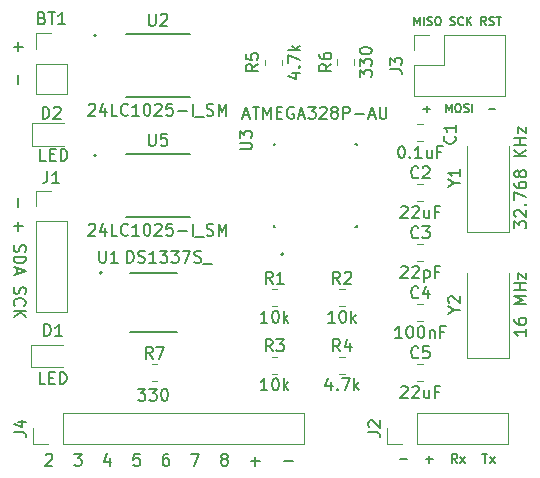
<source format=gbr>
%TF.GenerationSoftware,KiCad,Pcbnew,7.0.10*%
%TF.CreationDate,2024-02-27T03:30:34+03:00*%
%TF.ProjectId,Arduino_Datalogger,41726475-696e-46f5-9f44-6174616c6f67,1.0*%
%TF.SameCoordinates,Original*%
%TF.FileFunction,Legend,Top*%
%TF.FilePolarity,Positive*%
%FSLAX46Y46*%
G04 Gerber Fmt 4.6, Leading zero omitted, Abs format (unit mm)*
G04 Created by KiCad (PCBNEW 7.0.10) date 2024-02-27 03:30:34*
%MOMM*%
%LPD*%
G01*
G04 APERTURE LIST*
%ADD10C,0.150000*%
%ADD11C,0.127000*%
%ADD12C,0.200000*%
%ADD13C,0.120000*%
G04 APERTURE END LIST*
D10*
X164627160Y-107031533D02*
X165236684Y-107031533D01*
X166836684Y-107031533D02*
X167446208Y-107031533D01*
X167141446Y-107336295D02*
X167141446Y-106726771D01*
X169503351Y-107336295D02*
X169236684Y-106955342D01*
X169046208Y-107336295D02*
X169046208Y-106536295D01*
X169046208Y-106536295D02*
X169350970Y-106536295D01*
X169350970Y-106536295D02*
X169427160Y-106574390D01*
X169427160Y-106574390D02*
X169465255Y-106612485D01*
X169465255Y-106612485D02*
X169503351Y-106688676D01*
X169503351Y-106688676D02*
X169503351Y-106802961D01*
X169503351Y-106802961D02*
X169465255Y-106879152D01*
X169465255Y-106879152D02*
X169427160Y-106917247D01*
X169427160Y-106917247D02*
X169350970Y-106955342D01*
X169350970Y-106955342D02*
X169046208Y-106955342D01*
X169770017Y-107336295D02*
X170189065Y-106802961D01*
X169770017Y-106802961D02*
X170189065Y-107336295D01*
X171598589Y-106536295D02*
X172055732Y-106536295D01*
X171827160Y-107336295D02*
X171827160Y-106536295D01*
X172246208Y-107336295D02*
X172665256Y-106802961D01*
X172246208Y-106802961D02*
X172665256Y-107336295D01*
X132337133Y-84918779D02*
X132337133Y-85680684D01*
X132337133Y-86918779D02*
X132337133Y-87680684D01*
X131956180Y-87299731D02*
X132718085Y-87299731D01*
X132003800Y-88871160D02*
X131956180Y-89014017D01*
X131956180Y-89014017D02*
X131956180Y-89252112D01*
X131956180Y-89252112D02*
X132003800Y-89347350D01*
X132003800Y-89347350D02*
X132051419Y-89394969D01*
X132051419Y-89394969D02*
X132146657Y-89442588D01*
X132146657Y-89442588D02*
X132241895Y-89442588D01*
X132241895Y-89442588D02*
X132337133Y-89394969D01*
X132337133Y-89394969D02*
X132384752Y-89347350D01*
X132384752Y-89347350D02*
X132432371Y-89252112D01*
X132432371Y-89252112D02*
X132479990Y-89061636D01*
X132479990Y-89061636D02*
X132527609Y-88966398D01*
X132527609Y-88966398D02*
X132575228Y-88918779D01*
X132575228Y-88918779D02*
X132670466Y-88871160D01*
X132670466Y-88871160D02*
X132765704Y-88871160D01*
X132765704Y-88871160D02*
X132860942Y-88918779D01*
X132860942Y-88918779D02*
X132908561Y-88966398D01*
X132908561Y-88966398D02*
X132956180Y-89061636D01*
X132956180Y-89061636D02*
X132956180Y-89299731D01*
X132956180Y-89299731D02*
X132908561Y-89442588D01*
X131956180Y-89871160D02*
X132956180Y-89871160D01*
X132956180Y-89871160D02*
X132956180Y-90109255D01*
X132956180Y-90109255D02*
X132908561Y-90252112D01*
X132908561Y-90252112D02*
X132813323Y-90347350D01*
X132813323Y-90347350D02*
X132718085Y-90394969D01*
X132718085Y-90394969D02*
X132527609Y-90442588D01*
X132527609Y-90442588D02*
X132384752Y-90442588D01*
X132384752Y-90442588D02*
X132194276Y-90394969D01*
X132194276Y-90394969D02*
X132099038Y-90347350D01*
X132099038Y-90347350D02*
X132003800Y-90252112D01*
X132003800Y-90252112D02*
X131956180Y-90109255D01*
X131956180Y-90109255D02*
X131956180Y-89871160D01*
X132241895Y-90823541D02*
X132241895Y-91299731D01*
X131956180Y-90728303D02*
X132956180Y-91061636D01*
X132956180Y-91061636D02*
X131956180Y-91394969D01*
X132003800Y-92442589D02*
X131956180Y-92585446D01*
X131956180Y-92585446D02*
X131956180Y-92823541D01*
X131956180Y-92823541D02*
X132003800Y-92918779D01*
X132003800Y-92918779D02*
X132051419Y-92966398D01*
X132051419Y-92966398D02*
X132146657Y-93014017D01*
X132146657Y-93014017D02*
X132241895Y-93014017D01*
X132241895Y-93014017D02*
X132337133Y-92966398D01*
X132337133Y-92966398D02*
X132384752Y-92918779D01*
X132384752Y-92918779D02*
X132432371Y-92823541D01*
X132432371Y-92823541D02*
X132479990Y-92633065D01*
X132479990Y-92633065D02*
X132527609Y-92537827D01*
X132527609Y-92537827D02*
X132575228Y-92490208D01*
X132575228Y-92490208D02*
X132670466Y-92442589D01*
X132670466Y-92442589D02*
X132765704Y-92442589D01*
X132765704Y-92442589D02*
X132860942Y-92490208D01*
X132860942Y-92490208D02*
X132908561Y-92537827D01*
X132908561Y-92537827D02*
X132956180Y-92633065D01*
X132956180Y-92633065D02*
X132956180Y-92871160D01*
X132956180Y-92871160D02*
X132908561Y-93014017D01*
X132051419Y-94014017D02*
X132003800Y-93966398D01*
X132003800Y-93966398D02*
X131956180Y-93823541D01*
X131956180Y-93823541D02*
X131956180Y-93728303D01*
X131956180Y-93728303D02*
X132003800Y-93585446D01*
X132003800Y-93585446D02*
X132099038Y-93490208D01*
X132099038Y-93490208D02*
X132194276Y-93442589D01*
X132194276Y-93442589D02*
X132384752Y-93394970D01*
X132384752Y-93394970D02*
X132527609Y-93394970D01*
X132527609Y-93394970D02*
X132718085Y-93442589D01*
X132718085Y-93442589D02*
X132813323Y-93490208D01*
X132813323Y-93490208D02*
X132908561Y-93585446D01*
X132908561Y-93585446D02*
X132956180Y-93728303D01*
X132956180Y-93728303D02*
X132956180Y-93823541D01*
X132956180Y-93823541D02*
X132908561Y-93966398D01*
X132908561Y-93966398D02*
X132860942Y-94014017D01*
X131956180Y-94442589D02*
X132956180Y-94442589D01*
X131956180Y-95014017D02*
X132527609Y-94585446D01*
X132956180Y-95014017D02*
X132384752Y-94442589D01*
X134655160Y-106661057D02*
X134702779Y-106613438D01*
X134702779Y-106613438D02*
X134798017Y-106565819D01*
X134798017Y-106565819D02*
X135036112Y-106565819D01*
X135036112Y-106565819D02*
X135131350Y-106613438D01*
X135131350Y-106613438D02*
X135178969Y-106661057D01*
X135178969Y-106661057D02*
X135226588Y-106756295D01*
X135226588Y-106756295D02*
X135226588Y-106851533D01*
X135226588Y-106851533D02*
X135178969Y-106994390D01*
X135178969Y-106994390D02*
X134607541Y-107565819D01*
X134607541Y-107565819D02*
X135226588Y-107565819D01*
X137083732Y-106565819D02*
X137702779Y-106565819D01*
X137702779Y-106565819D02*
X137369446Y-106946771D01*
X137369446Y-106946771D02*
X137512303Y-106946771D01*
X137512303Y-106946771D02*
X137607541Y-106994390D01*
X137607541Y-106994390D02*
X137655160Y-107042009D01*
X137655160Y-107042009D02*
X137702779Y-107137247D01*
X137702779Y-107137247D02*
X137702779Y-107375342D01*
X137702779Y-107375342D02*
X137655160Y-107470580D01*
X137655160Y-107470580D02*
X137607541Y-107518200D01*
X137607541Y-107518200D02*
X137512303Y-107565819D01*
X137512303Y-107565819D02*
X137226589Y-107565819D01*
X137226589Y-107565819D02*
X137131351Y-107518200D01*
X137131351Y-107518200D02*
X137083732Y-107470580D01*
X140083732Y-106899152D02*
X140083732Y-107565819D01*
X139845637Y-106518200D02*
X139607542Y-107232485D01*
X139607542Y-107232485D02*
X140226589Y-107232485D01*
X142607542Y-106565819D02*
X142131352Y-106565819D01*
X142131352Y-106565819D02*
X142083733Y-107042009D01*
X142083733Y-107042009D02*
X142131352Y-106994390D01*
X142131352Y-106994390D02*
X142226590Y-106946771D01*
X142226590Y-106946771D02*
X142464685Y-106946771D01*
X142464685Y-106946771D02*
X142559923Y-106994390D01*
X142559923Y-106994390D02*
X142607542Y-107042009D01*
X142607542Y-107042009D02*
X142655161Y-107137247D01*
X142655161Y-107137247D02*
X142655161Y-107375342D01*
X142655161Y-107375342D02*
X142607542Y-107470580D01*
X142607542Y-107470580D02*
X142559923Y-107518200D01*
X142559923Y-107518200D02*
X142464685Y-107565819D01*
X142464685Y-107565819D02*
X142226590Y-107565819D01*
X142226590Y-107565819D02*
X142131352Y-107518200D01*
X142131352Y-107518200D02*
X142083733Y-107470580D01*
X145036114Y-106565819D02*
X144845638Y-106565819D01*
X144845638Y-106565819D02*
X144750400Y-106613438D01*
X144750400Y-106613438D02*
X144702781Y-106661057D01*
X144702781Y-106661057D02*
X144607543Y-106803914D01*
X144607543Y-106803914D02*
X144559924Y-106994390D01*
X144559924Y-106994390D02*
X144559924Y-107375342D01*
X144559924Y-107375342D02*
X144607543Y-107470580D01*
X144607543Y-107470580D02*
X144655162Y-107518200D01*
X144655162Y-107518200D02*
X144750400Y-107565819D01*
X144750400Y-107565819D02*
X144940876Y-107565819D01*
X144940876Y-107565819D02*
X145036114Y-107518200D01*
X145036114Y-107518200D02*
X145083733Y-107470580D01*
X145083733Y-107470580D02*
X145131352Y-107375342D01*
X145131352Y-107375342D02*
X145131352Y-107137247D01*
X145131352Y-107137247D02*
X145083733Y-107042009D01*
X145083733Y-107042009D02*
X145036114Y-106994390D01*
X145036114Y-106994390D02*
X144940876Y-106946771D01*
X144940876Y-106946771D02*
X144750400Y-106946771D01*
X144750400Y-106946771D02*
X144655162Y-106994390D01*
X144655162Y-106994390D02*
X144607543Y-107042009D01*
X144607543Y-107042009D02*
X144559924Y-107137247D01*
X146988496Y-106565819D02*
X147655162Y-106565819D01*
X147655162Y-106565819D02*
X147226591Y-107565819D01*
X149702782Y-106994390D02*
X149607544Y-106946771D01*
X149607544Y-106946771D02*
X149559925Y-106899152D01*
X149559925Y-106899152D02*
X149512306Y-106803914D01*
X149512306Y-106803914D02*
X149512306Y-106756295D01*
X149512306Y-106756295D02*
X149559925Y-106661057D01*
X149559925Y-106661057D02*
X149607544Y-106613438D01*
X149607544Y-106613438D02*
X149702782Y-106565819D01*
X149702782Y-106565819D02*
X149893258Y-106565819D01*
X149893258Y-106565819D02*
X149988496Y-106613438D01*
X149988496Y-106613438D02*
X150036115Y-106661057D01*
X150036115Y-106661057D02*
X150083734Y-106756295D01*
X150083734Y-106756295D02*
X150083734Y-106803914D01*
X150083734Y-106803914D02*
X150036115Y-106899152D01*
X150036115Y-106899152D02*
X149988496Y-106946771D01*
X149988496Y-106946771D02*
X149893258Y-106994390D01*
X149893258Y-106994390D02*
X149702782Y-106994390D01*
X149702782Y-106994390D02*
X149607544Y-107042009D01*
X149607544Y-107042009D02*
X149559925Y-107089628D01*
X149559925Y-107089628D02*
X149512306Y-107184866D01*
X149512306Y-107184866D02*
X149512306Y-107375342D01*
X149512306Y-107375342D02*
X149559925Y-107470580D01*
X149559925Y-107470580D02*
X149607544Y-107518200D01*
X149607544Y-107518200D02*
X149702782Y-107565819D01*
X149702782Y-107565819D02*
X149893258Y-107565819D01*
X149893258Y-107565819D02*
X149988496Y-107518200D01*
X149988496Y-107518200D02*
X150036115Y-107470580D01*
X150036115Y-107470580D02*
X150083734Y-107375342D01*
X150083734Y-107375342D02*
X150083734Y-107184866D01*
X150083734Y-107184866D02*
X150036115Y-107089628D01*
X150036115Y-107089628D02*
X149988496Y-107042009D01*
X149988496Y-107042009D02*
X149893258Y-106994390D01*
X152036116Y-107184866D02*
X152798021Y-107184866D01*
X152417068Y-107565819D02*
X152417068Y-106803914D01*
X154798021Y-107184866D02*
X155559926Y-107184866D01*
X132337133Y-71710779D02*
X132337133Y-72472684D01*
X131956180Y-72091731D02*
X132718085Y-72091731D01*
X132337133Y-74472684D02*
X132337133Y-75234589D01*
X166635350Y-77363866D02*
X167168684Y-77363866D01*
X166902017Y-77630533D02*
X166902017Y-77097200D01*
X168568683Y-77630533D02*
X168568683Y-76930533D01*
X168568683Y-76930533D02*
X168802017Y-77430533D01*
X168802017Y-77430533D02*
X169035350Y-76930533D01*
X169035350Y-76930533D02*
X169035350Y-77630533D01*
X169502017Y-76930533D02*
X169635350Y-76930533D01*
X169635350Y-76930533D02*
X169702017Y-76963866D01*
X169702017Y-76963866D02*
X169768683Y-77030533D01*
X169768683Y-77030533D02*
X169802017Y-77163866D01*
X169802017Y-77163866D02*
X169802017Y-77397200D01*
X169802017Y-77397200D02*
X169768683Y-77530533D01*
X169768683Y-77530533D02*
X169702017Y-77597200D01*
X169702017Y-77597200D02*
X169635350Y-77630533D01*
X169635350Y-77630533D02*
X169502017Y-77630533D01*
X169502017Y-77630533D02*
X169435350Y-77597200D01*
X169435350Y-77597200D02*
X169368683Y-77530533D01*
X169368683Y-77530533D02*
X169335350Y-77397200D01*
X169335350Y-77397200D02*
X169335350Y-77163866D01*
X169335350Y-77163866D02*
X169368683Y-77030533D01*
X169368683Y-77030533D02*
X169435350Y-76963866D01*
X169435350Y-76963866D02*
X169502017Y-76930533D01*
X170068683Y-77597200D02*
X170168683Y-77630533D01*
X170168683Y-77630533D02*
X170335350Y-77630533D01*
X170335350Y-77630533D02*
X170402016Y-77597200D01*
X170402016Y-77597200D02*
X170435350Y-77563866D01*
X170435350Y-77563866D02*
X170468683Y-77497200D01*
X170468683Y-77497200D02*
X170468683Y-77430533D01*
X170468683Y-77430533D02*
X170435350Y-77363866D01*
X170435350Y-77363866D02*
X170402016Y-77330533D01*
X170402016Y-77330533D02*
X170335350Y-77297200D01*
X170335350Y-77297200D02*
X170202016Y-77263866D01*
X170202016Y-77263866D02*
X170135350Y-77230533D01*
X170135350Y-77230533D02*
X170102016Y-77197200D01*
X170102016Y-77197200D02*
X170068683Y-77130533D01*
X170068683Y-77130533D02*
X170068683Y-77063866D01*
X170068683Y-77063866D02*
X170102016Y-76997200D01*
X170102016Y-76997200D02*
X170135350Y-76963866D01*
X170135350Y-76963866D02*
X170202016Y-76930533D01*
X170202016Y-76930533D02*
X170368683Y-76930533D01*
X170368683Y-76930533D02*
X170468683Y-76963866D01*
X170768683Y-77630533D02*
X170768683Y-76930533D01*
X172168682Y-77363866D02*
X172702016Y-77363866D01*
X165873350Y-70264533D02*
X165873350Y-69564533D01*
X165873350Y-69564533D02*
X166106684Y-70064533D01*
X166106684Y-70064533D02*
X166340017Y-69564533D01*
X166340017Y-69564533D02*
X166340017Y-70264533D01*
X166673350Y-70264533D02*
X166673350Y-69564533D01*
X166973350Y-70231200D02*
X167073350Y-70264533D01*
X167073350Y-70264533D02*
X167240017Y-70264533D01*
X167240017Y-70264533D02*
X167306683Y-70231200D01*
X167306683Y-70231200D02*
X167340017Y-70197866D01*
X167340017Y-70197866D02*
X167373350Y-70131200D01*
X167373350Y-70131200D02*
X167373350Y-70064533D01*
X167373350Y-70064533D02*
X167340017Y-69997866D01*
X167340017Y-69997866D02*
X167306683Y-69964533D01*
X167306683Y-69964533D02*
X167240017Y-69931200D01*
X167240017Y-69931200D02*
X167106683Y-69897866D01*
X167106683Y-69897866D02*
X167040017Y-69864533D01*
X167040017Y-69864533D02*
X167006683Y-69831200D01*
X167006683Y-69831200D02*
X166973350Y-69764533D01*
X166973350Y-69764533D02*
X166973350Y-69697866D01*
X166973350Y-69697866D02*
X167006683Y-69631200D01*
X167006683Y-69631200D02*
X167040017Y-69597866D01*
X167040017Y-69597866D02*
X167106683Y-69564533D01*
X167106683Y-69564533D02*
X167273350Y-69564533D01*
X167273350Y-69564533D02*
X167373350Y-69597866D01*
X167806684Y-69564533D02*
X167940017Y-69564533D01*
X167940017Y-69564533D02*
X168006684Y-69597866D01*
X168006684Y-69597866D02*
X168073350Y-69664533D01*
X168073350Y-69664533D02*
X168106684Y-69797866D01*
X168106684Y-69797866D02*
X168106684Y-70031200D01*
X168106684Y-70031200D02*
X168073350Y-70164533D01*
X168073350Y-70164533D02*
X168006684Y-70231200D01*
X168006684Y-70231200D02*
X167940017Y-70264533D01*
X167940017Y-70264533D02*
X167806684Y-70264533D01*
X167806684Y-70264533D02*
X167740017Y-70231200D01*
X167740017Y-70231200D02*
X167673350Y-70164533D01*
X167673350Y-70164533D02*
X167640017Y-70031200D01*
X167640017Y-70031200D02*
X167640017Y-69797866D01*
X167640017Y-69797866D02*
X167673350Y-69664533D01*
X167673350Y-69664533D02*
X167740017Y-69597866D01*
X167740017Y-69597866D02*
X167806684Y-69564533D01*
X168906683Y-70231200D02*
X169006683Y-70264533D01*
X169006683Y-70264533D02*
X169173350Y-70264533D01*
X169173350Y-70264533D02*
X169240016Y-70231200D01*
X169240016Y-70231200D02*
X169273350Y-70197866D01*
X169273350Y-70197866D02*
X169306683Y-70131200D01*
X169306683Y-70131200D02*
X169306683Y-70064533D01*
X169306683Y-70064533D02*
X169273350Y-69997866D01*
X169273350Y-69997866D02*
X169240016Y-69964533D01*
X169240016Y-69964533D02*
X169173350Y-69931200D01*
X169173350Y-69931200D02*
X169040016Y-69897866D01*
X169040016Y-69897866D02*
X168973350Y-69864533D01*
X168973350Y-69864533D02*
X168940016Y-69831200D01*
X168940016Y-69831200D02*
X168906683Y-69764533D01*
X168906683Y-69764533D02*
X168906683Y-69697866D01*
X168906683Y-69697866D02*
X168940016Y-69631200D01*
X168940016Y-69631200D02*
X168973350Y-69597866D01*
X168973350Y-69597866D02*
X169040016Y-69564533D01*
X169040016Y-69564533D02*
X169206683Y-69564533D01*
X169206683Y-69564533D02*
X169306683Y-69597866D01*
X170006683Y-70197866D02*
X169973350Y-70231200D01*
X169973350Y-70231200D02*
X169873350Y-70264533D01*
X169873350Y-70264533D02*
X169806683Y-70264533D01*
X169806683Y-70264533D02*
X169706683Y-70231200D01*
X169706683Y-70231200D02*
X169640017Y-70164533D01*
X169640017Y-70164533D02*
X169606683Y-70097866D01*
X169606683Y-70097866D02*
X169573350Y-69964533D01*
X169573350Y-69964533D02*
X169573350Y-69864533D01*
X169573350Y-69864533D02*
X169606683Y-69731200D01*
X169606683Y-69731200D02*
X169640017Y-69664533D01*
X169640017Y-69664533D02*
X169706683Y-69597866D01*
X169706683Y-69597866D02*
X169806683Y-69564533D01*
X169806683Y-69564533D02*
X169873350Y-69564533D01*
X169873350Y-69564533D02*
X169973350Y-69597866D01*
X169973350Y-69597866D02*
X170006683Y-69631200D01*
X170306683Y-70264533D02*
X170306683Y-69564533D01*
X170706683Y-70264533D02*
X170406683Y-69864533D01*
X170706683Y-69564533D02*
X170306683Y-69964533D01*
X171940016Y-70264533D02*
X171706683Y-69931200D01*
X171540016Y-70264533D02*
X171540016Y-69564533D01*
X171540016Y-69564533D02*
X171806683Y-69564533D01*
X171806683Y-69564533D02*
X171873350Y-69597866D01*
X171873350Y-69597866D02*
X171906683Y-69631200D01*
X171906683Y-69631200D02*
X171940016Y-69697866D01*
X171940016Y-69697866D02*
X171940016Y-69797866D01*
X171940016Y-69797866D02*
X171906683Y-69864533D01*
X171906683Y-69864533D02*
X171873350Y-69897866D01*
X171873350Y-69897866D02*
X171806683Y-69931200D01*
X171806683Y-69931200D02*
X171540016Y-69931200D01*
X172206683Y-70231200D02*
X172306683Y-70264533D01*
X172306683Y-70264533D02*
X172473350Y-70264533D01*
X172473350Y-70264533D02*
X172540016Y-70231200D01*
X172540016Y-70231200D02*
X172573350Y-70197866D01*
X172573350Y-70197866D02*
X172606683Y-70131200D01*
X172606683Y-70131200D02*
X172606683Y-70064533D01*
X172606683Y-70064533D02*
X172573350Y-69997866D01*
X172573350Y-69997866D02*
X172540016Y-69964533D01*
X172540016Y-69964533D02*
X172473350Y-69931200D01*
X172473350Y-69931200D02*
X172340016Y-69897866D01*
X172340016Y-69897866D02*
X172273350Y-69864533D01*
X172273350Y-69864533D02*
X172240016Y-69831200D01*
X172240016Y-69831200D02*
X172206683Y-69764533D01*
X172206683Y-69764533D02*
X172206683Y-69697866D01*
X172206683Y-69697866D02*
X172240016Y-69631200D01*
X172240016Y-69631200D02*
X172273350Y-69597866D01*
X172273350Y-69597866D02*
X172340016Y-69564533D01*
X172340016Y-69564533D02*
X172506683Y-69564533D01*
X172506683Y-69564533D02*
X172606683Y-69597866D01*
X172806683Y-69564533D02*
X173206683Y-69564533D01*
X173006683Y-70264533D02*
X173006683Y-69564533D01*
X143383095Y-69304819D02*
X143383095Y-70114342D01*
X143383095Y-70114342D02*
X143430714Y-70209580D01*
X143430714Y-70209580D02*
X143478333Y-70257200D01*
X143478333Y-70257200D02*
X143573571Y-70304819D01*
X143573571Y-70304819D02*
X143764047Y-70304819D01*
X143764047Y-70304819D02*
X143859285Y-70257200D01*
X143859285Y-70257200D02*
X143906904Y-70209580D01*
X143906904Y-70209580D02*
X143954523Y-70114342D01*
X143954523Y-70114342D02*
X143954523Y-69304819D01*
X144383095Y-69400057D02*
X144430714Y-69352438D01*
X144430714Y-69352438D02*
X144525952Y-69304819D01*
X144525952Y-69304819D02*
X144764047Y-69304819D01*
X144764047Y-69304819D02*
X144859285Y-69352438D01*
X144859285Y-69352438D02*
X144906904Y-69400057D01*
X144906904Y-69400057D02*
X144954523Y-69495295D01*
X144954523Y-69495295D02*
X144954523Y-69590533D01*
X144954523Y-69590533D02*
X144906904Y-69733390D01*
X144906904Y-69733390D02*
X144335476Y-70304819D01*
X144335476Y-70304819D02*
X144954523Y-70304819D01*
X138287857Y-77020057D02*
X138335476Y-76972438D01*
X138335476Y-76972438D02*
X138430714Y-76924819D01*
X138430714Y-76924819D02*
X138668809Y-76924819D01*
X138668809Y-76924819D02*
X138764047Y-76972438D01*
X138764047Y-76972438D02*
X138811666Y-77020057D01*
X138811666Y-77020057D02*
X138859285Y-77115295D01*
X138859285Y-77115295D02*
X138859285Y-77210533D01*
X138859285Y-77210533D02*
X138811666Y-77353390D01*
X138811666Y-77353390D02*
X138240238Y-77924819D01*
X138240238Y-77924819D02*
X138859285Y-77924819D01*
X139716428Y-77258152D02*
X139716428Y-77924819D01*
X139478333Y-76877200D02*
X139240238Y-77591485D01*
X139240238Y-77591485D02*
X139859285Y-77591485D01*
X140716428Y-77924819D02*
X140240238Y-77924819D01*
X140240238Y-77924819D02*
X140240238Y-76924819D01*
X141621190Y-77829580D02*
X141573571Y-77877200D01*
X141573571Y-77877200D02*
X141430714Y-77924819D01*
X141430714Y-77924819D02*
X141335476Y-77924819D01*
X141335476Y-77924819D02*
X141192619Y-77877200D01*
X141192619Y-77877200D02*
X141097381Y-77781961D01*
X141097381Y-77781961D02*
X141049762Y-77686723D01*
X141049762Y-77686723D02*
X141002143Y-77496247D01*
X141002143Y-77496247D02*
X141002143Y-77353390D01*
X141002143Y-77353390D02*
X141049762Y-77162914D01*
X141049762Y-77162914D02*
X141097381Y-77067676D01*
X141097381Y-77067676D02*
X141192619Y-76972438D01*
X141192619Y-76972438D02*
X141335476Y-76924819D01*
X141335476Y-76924819D02*
X141430714Y-76924819D01*
X141430714Y-76924819D02*
X141573571Y-76972438D01*
X141573571Y-76972438D02*
X141621190Y-77020057D01*
X142573571Y-77924819D02*
X142002143Y-77924819D01*
X142287857Y-77924819D02*
X142287857Y-76924819D01*
X142287857Y-76924819D02*
X142192619Y-77067676D01*
X142192619Y-77067676D02*
X142097381Y-77162914D01*
X142097381Y-77162914D02*
X142002143Y-77210533D01*
X143192619Y-76924819D02*
X143287857Y-76924819D01*
X143287857Y-76924819D02*
X143383095Y-76972438D01*
X143383095Y-76972438D02*
X143430714Y-77020057D01*
X143430714Y-77020057D02*
X143478333Y-77115295D01*
X143478333Y-77115295D02*
X143525952Y-77305771D01*
X143525952Y-77305771D02*
X143525952Y-77543866D01*
X143525952Y-77543866D02*
X143478333Y-77734342D01*
X143478333Y-77734342D02*
X143430714Y-77829580D01*
X143430714Y-77829580D02*
X143383095Y-77877200D01*
X143383095Y-77877200D02*
X143287857Y-77924819D01*
X143287857Y-77924819D02*
X143192619Y-77924819D01*
X143192619Y-77924819D02*
X143097381Y-77877200D01*
X143097381Y-77877200D02*
X143049762Y-77829580D01*
X143049762Y-77829580D02*
X143002143Y-77734342D01*
X143002143Y-77734342D02*
X142954524Y-77543866D01*
X142954524Y-77543866D02*
X142954524Y-77305771D01*
X142954524Y-77305771D02*
X143002143Y-77115295D01*
X143002143Y-77115295D02*
X143049762Y-77020057D01*
X143049762Y-77020057D02*
X143097381Y-76972438D01*
X143097381Y-76972438D02*
X143192619Y-76924819D01*
X143906905Y-77020057D02*
X143954524Y-76972438D01*
X143954524Y-76972438D02*
X144049762Y-76924819D01*
X144049762Y-76924819D02*
X144287857Y-76924819D01*
X144287857Y-76924819D02*
X144383095Y-76972438D01*
X144383095Y-76972438D02*
X144430714Y-77020057D01*
X144430714Y-77020057D02*
X144478333Y-77115295D01*
X144478333Y-77115295D02*
X144478333Y-77210533D01*
X144478333Y-77210533D02*
X144430714Y-77353390D01*
X144430714Y-77353390D02*
X143859286Y-77924819D01*
X143859286Y-77924819D02*
X144478333Y-77924819D01*
X145383095Y-76924819D02*
X144906905Y-76924819D01*
X144906905Y-76924819D02*
X144859286Y-77401009D01*
X144859286Y-77401009D02*
X144906905Y-77353390D01*
X144906905Y-77353390D02*
X145002143Y-77305771D01*
X145002143Y-77305771D02*
X145240238Y-77305771D01*
X145240238Y-77305771D02*
X145335476Y-77353390D01*
X145335476Y-77353390D02*
X145383095Y-77401009D01*
X145383095Y-77401009D02*
X145430714Y-77496247D01*
X145430714Y-77496247D02*
X145430714Y-77734342D01*
X145430714Y-77734342D02*
X145383095Y-77829580D01*
X145383095Y-77829580D02*
X145335476Y-77877200D01*
X145335476Y-77877200D02*
X145240238Y-77924819D01*
X145240238Y-77924819D02*
X145002143Y-77924819D01*
X145002143Y-77924819D02*
X144906905Y-77877200D01*
X144906905Y-77877200D02*
X144859286Y-77829580D01*
X145859286Y-77543866D02*
X146621191Y-77543866D01*
X147097381Y-77924819D02*
X147097381Y-76924819D01*
X147335476Y-78020057D02*
X148097380Y-78020057D01*
X148287857Y-77877200D02*
X148430714Y-77924819D01*
X148430714Y-77924819D02*
X148668809Y-77924819D01*
X148668809Y-77924819D02*
X148764047Y-77877200D01*
X148764047Y-77877200D02*
X148811666Y-77829580D01*
X148811666Y-77829580D02*
X148859285Y-77734342D01*
X148859285Y-77734342D02*
X148859285Y-77639104D01*
X148859285Y-77639104D02*
X148811666Y-77543866D01*
X148811666Y-77543866D02*
X148764047Y-77496247D01*
X148764047Y-77496247D02*
X148668809Y-77448628D01*
X148668809Y-77448628D02*
X148478333Y-77401009D01*
X148478333Y-77401009D02*
X148383095Y-77353390D01*
X148383095Y-77353390D02*
X148335476Y-77305771D01*
X148335476Y-77305771D02*
X148287857Y-77210533D01*
X148287857Y-77210533D02*
X148287857Y-77115295D01*
X148287857Y-77115295D02*
X148335476Y-77020057D01*
X148335476Y-77020057D02*
X148383095Y-76972438D01*
X148383095Y-76972438D02*
X148478333Y-76924819D01*
X148478333Y-76924819D02*
X148716428Y-76924819D01*
X148716428Y-76924819D02*
X148859285Y-76972438D01*
X149287857Y-77924819D02*
X149287857Y-76924819D01*
X149287857Y-76924819D02*
X149621190Y-77639104D01*
X149621190Y-77639104D02*
X149954523Y-76924819D01*
X149954523Y-76924819D02*
X149954523Y-77924819D01*
X134794666Y-82629819D02*
X134794666Y-83344104D01*
X134794666Y-83344104D02*
X134747047Y-83486961D01*
X134747047Y-83486961D02*
X134651809Y-83582200D01*
X134651809Y-83582200D02*
X134508952Y-83629819D01*
X134508952Y-83629819D02*
X134413714Y-83629819D01*
X135794666Y-83629819D02*
X135223238Y-83629819D01*
X135508952Y-83629819D02*
X135508952Y-82629819D01*
X135508952Y-82629819D02*
X135413714Y-82772676D01*
X135413714Y-82772676D02*
X135318476Y-82867914D01*
X135318476Y-82867914D02*
X135223238Y-82915533D01*
X143383095Y-79464819D02*
X143383095Y-80274342D01*
X143383095Y-80274342D02*
X143430714Y-80369580D01*
X143430714Y-80369580D02*
X143478333Y-80417200D01*
X143478333Y-80417200D02*
X143573571Y-80464819D01*
X143573571Y-80464819D02*
X143764047Y-80464819D01*
X143764047Y-80464819D02*
X143859285Y-80417200D01*
X143859285Y-80417200D02*
X143906904Y-80369580D01*
X143906904Y-80369580D02*
X143954523Y-80274342D01*
X143954523Y-80274342D02*
X143954523Y-79464819D01*
X144906904Y-79464819D02*
X144430714Y-79464819D01*
X144430714Y-79464819D02*
X144383095Y-79941009D01*
X144383095Y-79941009D02*
X144430714Y-79893390D01*
X144430714Y-79893390D02*
X144525952Y-79845771D01*
X144525952Y-79845771D02*
X144764047Y-79845771D01*
X144764047Y-79845771D02*
X144859285Y-79893390D01*
X144859285Y-79893390D02*
X144906904Y-79941009D01*
X144906904Y-79941009D02*
X144954523Y-80036247D01*
X144954523Y-80036247D02*
X144954523Y-80274342D01*
X144954523Y-80274342D02*
X144906904Y-80369580D01*
X144906904Y-80369580D02*
X144859285Y-80417200D01*
X144859285Y-80417200D02*
X144764047Y-80464819D01*
X144764047Y-80464819D02*
X144525952Y-80464819D01*
X144525952Y-80464819D02*
X144430714Y-80417200D01*
X144430714Y-80417200D02*
X144383095Y-80369580D01*
X138287857Y-87180057D02*
X138335476Y-87132438D01*
X138335476Y-87132438D02*
X138430714Y-87084819D01*
X138430714Y-87084819D02*
X138668809Y-87084819D01*
X138668809Y-87084819D02*
X138764047Y-87132438D01*
X138764047Y-87132438D02*
X138811666Y-87180057D01*
X138811666Y-87180057D02*
X138859285Y-87275295D01*
X138859285Y-87275295D02*
X138859285Y-87370533D01*
X138859285Y-87370533D02*
X138811666Y-87513390D01*
X138811666Y-87513390D02*
X138240238Y-88084819D01*
X138240238Y-88084819D02*
X138859285Y-88084819D01*
X139716428Y-87418152D02*
X139716428Y-88084819D01*
X139478333Y-87037200D02*
X139240238Y-87751485D01*
X139240238Y-87751485D02*
X139859285Y-87751485D01*
X140716428Y-88084819D02*
X140240238Y-88084819D01*
X140240238Y-88084819D02*
X140240238Y-87084819D01*
X141621190Y-87989580D02*
X141573571Y-88037200D01*
X141573571Y-88037200D02*
X141430714Y-88084819D01*
X141430714Y-88084819D02*
X141335476Y-88084819D01*
X141335476Y-88084819D02*
X141192619Y-88037200D01*
X141192619Y-88037200D02*
X141097381Y-87941961D01*
X141097381Y-87941961D02*
X141049762Y-87846723D01*
X141049762Y-87846723D02*
X141002143Y-87656247D01*
X141002143Y-87656247D02*
X141002143Y-87513390D01*
X141002143Y-87513390D02*
X141049762Y-87322914D01*
X141049762Y-87322914D02*
X141097381Y-87227676D01*
X141097381Y-87227676D02*
X141192619Y-87132438D01*
X141192619Y-87132438D02*
X141335476Y-87084819D01*
X141335476Y-87084819D02*
X141430714Y-87084819D01*
X141430714Y-87084819D02*
X141573571Y-87132438D01*
X141573571Y-87132438D02*
X141621190Y-87180057D01*
X142573571Y-88084819D02*
X142002143Y-88084819D01*
X142287857Y-88084819D02*
X142287857Y-87084819D01*
X142287857Y-87084819D02*
X142192619Y-87227676D01*
X142192619Y-87227676D02*
X142097381Y-87322914D01*
X142097381Y-87322914D02*
X142002143Y-87370533D01*
X143192619Y-87084819D02*
X143287857Y-87084819D01*
X143287857Y-87084819D02*
X143383095Y-87132438D01*
X143383095Y-87132438D02*
X143430714Y-87180057D01*
X143430714Y-87180057D02*
X143478333Y-87275295D01*
X143478333Y-87275295D02*
X143525952Y-87465771D01*
X143525952Y-87465771D02*
X143525952Y-87703866D01*
X143525952Y-87703866D02*
X143478333Y-87894342D01*
X143478333Y-87894342D02*
X143430714Y-87989580D01*
X143430714Y-87989580D02*
X143383095Y-88037200D01*
X143383095Y-88037200D02*
X143287857Y-88084819D01*
X143287857Y-88084819D02*
X143192619Y-88084819D01*
X143192619Y-88084819D02*
X143097381Y-88037200D01*
X143097381Y-88037200D02*
X143049762Y-87989580D01*
X143049762Y-87989580D02*
X143002143Y-87894342D01*
X143002143Y-87894342D02*
X142954524Y-87703866D01*
X142954524Y-87703866D02*
X142954524Y-87465771D01*
X142954524Y-87465771D02*
X143002143Y-87275295D01*
X143002143Y-87275295D02*
X143049762Y-87180057D01*
X143049762Y-87180057D02*
X143097381Y-87132438D01*
X143097381Y-87132438D02*
X143192619Y-87084819D01*
X143906905Y-87180057D02*
X143954524Y-87132438D01*
X143954524Y-87132438D02*
X144049762Y-87084819D01*
X144049762Y-87084819D02*
X144287857Y-87084819D01*
X144287857Y-87084819D02*
X144383095Y-87132438D01*
X144383095Y-87132438D02*
X144430714Y-87180057D01*
X144430714Y-87180057D02*
X144478333Y-87275295D01*
X144478333Y-87275295D02*
X144478333Y-87370533D01*
X144478333Y-87370533D02*
X144430714Y-87513390D01*
X144430714Y-87513390D02*
X143859286Y-88084819D01*
X143859286Y-88084819D02*
X144478333Y-88084819D01*
X145383095Y-87084819D02*
X144906905Y-87084819D01*
X144906905Y-87084819D02*
X144859286Y-87561009D01*
X144859286Y-87561009D02*
X144906905Y-87513390D01*
X144906905Y-87513390D02*
X145002143Y-87465771D01*
X145002143Y-87465771D02*
X145240238Y-87465771D01*
X145240238Y-87465771D02*
X145335476Y-87513390D01*
X145335476Y-87513390D02*
X145383095Y-87561009D01*
X145383095Y-87561009D02*
X145430714Y-87656247D01*
X145430714Y-87656247D02*
X145430714Y-87894342D01*
X145430714Y-87894342D02*
X145383095Y-87989580D01*
X145383095Y-87989580D02*
X145335476Y-88037200D01*
X145335476Y-88037200D02*
X145240238Y-88084819D01*
X145240238Y-88084819D02*
X145002143Y-88084819D01*
X145002143Y-88084819D02*
X144906905Y-88037200D01*
X144906905Y-88037200D02*
X144859286Y-87989580D01*
X145859286Y-87703866D02*
X146621191Y-87703866D01*
X147097381Y-88084819D02*
X147097381Y-87084819D01*
X147335476Y-88180057D02*
X148097380Y-88180057D01*
X148287857Y-88037200D02*
X148430714Y-88084819D01*
X148430714Y-88084819D02*
X148668809Y-88084819D01*
X148668809Y-88084819D02*
X148764047Y-88037200D01*
X148764047Y-88037200D02*
X148811666Y-87989580D01*
X148811666Y-87989580D02*
X148859285Y-87894342D01*
X148859285Y-87894342D02*
X148859285Y-87799104D01*
X148859285Y-87799104D02*
X148811666Y-87703866D01*
X148811666Y-87703866D02*
X148764047Y-87656247D01*
X148764047Y-87656247D02*
X148668809Y-87608628D01*
X148668809Y-87608628D02*
X148478333Y-87561009D01*
X148478333Y-87561009D02*
X148383095Y-87513390D01*
X148383095Y-87513390D02*
X148335476Y-87465771D01*
X148335476Y-87465771D02*
X148287857Y-87370533D01*
X148287857Y-87370533D02*
X148287857Y-87275295D01*
X148287857Y-87275295D02*
X148335476Y-87180057D01*
X148335476Y-87180057D02*
X148383095Y-87132438D01*
X148383095Y-87132438D02*
X148478333Y-87084819D01*
X148478333Y-87084819D02*
X148716428Y-87084819D01*
X148716428Y-87084819D02*
X148859285Y-87132438D01*
X149287857Y-88084819D02*
X149287857Y-87084819D01*
X149287857Y-87084819D02*
X149621190Y-87799104D01*
X149621190Y-87799104D02*
X149954523Y-87084819D01*
X149954523Y-87084819D02*
X149954523Y-88084819D01*
X139192095Y-89370819D02*
X139192095Y-90180342D01*
X139192095Y-90180342D02*
X139239714Y-90275580D01*
X139239714Y-90275580D02*
X139287333Y-90323200D01*
X139287333Y-90323200D02*
X139382571Y-90370819D01*
X139382571Y-90370819D02*
X139573047Y-90370819D01*
X139573047Y-90370819D02*
X139668285Y-90323200D01*
X139668285Y-90323200D02*
X139715904Y-90275580D01*
X139715904Y-90275580D02*
X139763523Y-90180342D01*
X139763523Y-90180342D02*
X139763523Y-89370819D01*
X140763523Y-90370819D02*
X140192095Y-90370819D01*
X140477809Y-90370819D02*
X140477809Y-89370819D01*
X140477809Y-89370819D02*
X140382571Y-89513676D01*
X140382571Y-89513676D02*
X140287333Y-89608914D01*
X140287333Y-89608914D02*
X140192095Y-89656533D01*
X141534000Y-90370819D02*
X141534000Y-89370819D01*
X141534000Y-89370819D02*
X141772095Y-89370819D01*
X141772095Y-89370819D02*
X141914952Y-89418438D01*
X141914952Y-89418438D02*
X142010190Y-89513676D01*
X142010190Y-89513676D02*
X142057809Y-89608914D01*
X142057809Y-89608914D02*
X142105428Y-89799390D01*
X142105428Y-89799390D02*
X142105428Y-89942247D01*
X142105428Y-89942247D02*
X142057809Y-90132723D01*
X142057809Y-90132723D02*
X142010190Y-90227961D01*
X142010190Y-90227961D02*
X141914952Y-90323200D01*
X141914952Y-90323200D02*
X141772095Y-90370819D01*
X141772095Y-90370819D02*
X141534000Y-90370819D01*
X142486381Y-90323200D02*
X142629238Y-90370819D01*
X142629238Y-90370819D02*
X142867333Y-90370819D01*
X142867333Y-90370819D02*
X142962571Y-90323200D01*
X142962571Y-90323200D02*
X143010190Y-90275580D01*
X143010190Y-90275580D02*
X143057809Y-90180342D01*
X143057809Y-90180342D02*
X143057809Y-90085104D01*
X143057809Y-90085104D02*
X143010190Y-89989866D01*
X143010190Y-89989866D02*
X142962571Y-89942247D01*
X142962571Y-89942247D02*
X142867333Y-89894628D01*
X142867333Y-89894628D02*
X142676857Y-89847009D01*
X142676857Y-89847009D02*
X142581619Y-89799390D01*
X142581619Y-89799390D02*
X142534000Y-89751771D01*
X142534000Y-89751771D02*
X142486381Y-89656533D01*
X142486381Y-89656533D02*
X142486381Y-89561295D01*
X142486381Y-89561295D02*
X142534000Y-89466057D01*
X142534000Y-89466057D02*
X142581619Y-89418438D01*
X142581619Y-89418438D02*
X142676857Y-89370819D01*
X142676857Y-89370819D02*
X142914952Y-89370819D01*
X142914952Y-89370819D02*
X143057809Y-89418438D01*
X144010190Y-90370819D02*
X143438762Y-90370819D01*
X143724476Y-90370819D02*
X143724476Y-89370819D01*
X143724476Y-89370819D02*
X143629238Y-89513676D01*
X143629238Y-89513676D02*
X143534000Y-89608914D01*
X143534000Y-89608914D02*
X143438762Y-89656533D01*
X144343524Y-89370819D02*
X144962571Y-89370819D01*
X144962571Y-89370819D02*
X144629238Y-89751771D01*
X144629238Y-89751771D02*
X144772095Y-89751771D01*
X144772095Y-89751771D02*
X144867333Y-89799390D01*
X144867333Y-89799390D02*
X144914952Y-89847009D01*
X144914952Y-89847009D02*
X144962571Y-89942247D01*
X144962571Y-89942247D02*
X144962571Y-90180342D01*
X144962571Y-90180342D02*
X144914952Y-90275580D01*
X144914952Y-90275580D02*
X144867333Y-90323200D01*
X144867333Y-90323200D02*
X144772095Y-90370819D01*
X144772095Y-90370819D02*
X144486381Y-90370819D01*
X144486381Y-90370819D02*
X144391143Y-90323200D01*
X144391143Y-90323200D02*
X144343524Y-90275580D01*
X145295905Y-89370819D02*
X145914952Y-89370819D01*
X145914952Y-89370819D02*
X145581619Y-89751771D01*
X145581619Y-89751771D02*
X145724476Y-89751771D01*
X145724476Y-89751771D02*
X145819714Y-89799390D01*
X145819714Y-89799390D02*
X145867333Y-89847009D01*
X145867333Y-89847009D02*
X145914952Y-89942247D01*
X145914952Y-89942247D02*
X145914952Y-90180342D01*
X145914952Y-90180342D02*
X145867333Y-90275580D01*
X145867333Y-90275580D02*
X145819714Y-90323200D01*
X145819714Y-90323200D02*
X145724476Y-90370819D01*
X145724476Y-90370819D02*
X145438762Y-90370819D01*
X145438762Y-90370819D02*
X145343524Y-90323200D01*
X145343524Y-90323200D02*
X145295905Y-90275580D01*
X146248286Y-89370819D02*
X146914952Y-89370819D01*
X146914952Y-89370819D02*
X146486381Y-90370819D01*
X147248286Y-90323200D02*
X147391143Y-90370819D01*
X147391143Y-90370819D02*
X147629238Y-90370819D01*
X147629238Y-90370819D02*
X147724476Y-90323200D01*
X147724476Y-90323200D02*
X147772095Y-90275580D01*
X147772095Y-90275580D02*
X147819714Y-90180342D01*
X147819714Y-90180342D02*
X147819714Y-90085104D01*
X147819714Y-90085104D02*
X147772095Y-89989866D01*
X147772095Y-89989866D02*
X147724476Y-89942247D01*
X147724476Y-89942247D02*
X147629238Y-89894628D01*
X147629238Y-89894628D02*
X147438762Y-89847009D01*
X147438762Y-89847009D02*
X147343524Y-89799390D01*
X147343524Y-89799390D02*
X147295905Y-89751771D01*
X147295905Y-89751771D02*
X147248286Y-89656533D01*
X147248286Y-89656533D02*
X147248286Y-89561295D01*
X147248286Y-89561295D02*
X147295905Y-89466057D01*
X147295905Y-89466057D02*
X147343524Y-89418438D01*
X147343524Y-89418438D02*
X147438762Y-89370819D01*
X147438762Y-89370819D02*
X147676857Y-89370819D01*
X147676857Y-89370819D02*
X147819714Y-89418438D01*
X148010191Y-90466057D02*
X148772095Y-90466057D01*
X151092819Y-80771904D02*
X151902342Y-80771904D01*
X151902342Y-80771904D02*
X151997580Y-80724285D01*
X151997580Y-80724285D02*
X152045200Y-80676666D01*
X152045200Y-80676666D02*
X152092819Y-80581428D01*
X152092819Y-80581428D02*
X152092819Y-80390952D01*
X152092819Y-80390952D02*
X152045200Y-80295714D01*
X152045200Y-80295714D02*
X151997580Y-80248095D01*
X151997580Y-80248095D02*
X151902342Y-80200476D01*
X151902342Y-80200476D02*
X151092819Y-80200476D01*
X151092819Y-79819523D02*
X151092819Y-79200476D01*
X151092819Y-79200476D02*
X151473771Y-79533809D01*
X151473771Y-79533809D02*
X151473771Y-79390952D01*
X151473771Y-79390952D02*
X151521390Y-79295714D01*
X151521390Y-79295714D02*
X151569009Y-79248095D01*
X151569009Y-79248095D02*
X151664247Y-79200476D01*
X151664247Y-79200476D02*
X151902342Y-79200476D01*
X151902342Y-79200476D02*
X151997580Y-79248095D01*
X151997580Y-79248095D02*
X152045200Y-79295714D01*
X152045200Y-79295714D02*
X152092819Y-79390952D01*
X152092819Y-79390952D02*
X152092819Y-79676666D01*
X152092819Y-79676666D02*
X152045200Y-79771904D01*
X152045200Y-79771904D02*
X151997580Y-79819523D01*
X151408571Y-77893104D02*
X151884761Y-77893104D01*
X151313333Y-78178819D02*
X151646666Y-77178819D01*
X151646666Y-77178819D02*
X151979999Y-78178819D01*
X152170476Y-77178819D02*
X152741904Y-77178819D01*
X152456190Y-78178819D02*
X152456190Y-77178819D01*
X153075238Y-78178819D02*
X153075238Y-77178819D01*
X153075238Y-77178819D02*
X153408571Y-77893104D01*
X153408571Y-77893104D02*
X153741904Y-77178819D01*
X153741904Y-77178819D02*
X153741904Y-78178819D01*
X154218095Y-77655009D02*
X154551428Y-77655009D01*
X154694285Y-78178819D02*
X154218095Y-78178819D01*
X154218095Y-78178819D02*
X154218095Y-77178819D01*
X154218095Y-77178819D02*
X154694285Y-77178819D01*
X155646666Y-77226438D02*
X155551428Y-77178819D01*
X155551428Y-77178819D02*
X155408571Y-77178819D01*
X155408571Y-77178819D02*
X155265714Y-77226438D01*
X155265714Y-77226438D02*
X155170476Y-77321676D01*
X155170476Y-77321676D02*
X155122857Y-77416914D01*
X155122857Y-77416914D02*
X155075238Y-77607390D01*
X155075238Y-77607390D02*
X155075238Y-77750247D01*
X155075238Y-77750247D02*
X155122857Y-77940723D01*
X155122857Y-77940723D02*
X155170476Y-78035961D01*
X155170476Y-78035961D02*
X155265714Y-78131200D01*
X155265714Y-78131200D02*
X155408571Y-78178819D01*
X155408571Y-78178819D02*
X155503809Y-78178819D01*
X155503809Y-78178819D02*
X155646666Y-78131200D01*
X155646666Y-78131200D02*
X155694285Y-78083580D01*
X155694285Y-78083580D02*
X155694285Y-77750247D01*
X155694285Y-77750247D02*
X155503809Y-77750247D01*
X156075238Y-77893104D02*
X156551428Y-77893104D01*
X155980000Y-78178819D02*
X156313333Y-77178819D01*
X156313333Y-77178819D02*
X156646666Y-78178819D01*
X156884762Y-77178819D02*
X157503809Y-77178819D01*
X157503809Y-77178819D02*
X157170476Y-77559771D01*
X157170476Y-77559771D02*
X157313333Y-77559771D01*
X157313333Y-77559771D02*
X157408571Y-77607390D01*
X157408571Y-77607390D02*
X157456190Y-77655009D01*
X157456190Y-77655009D02*
X157503809Y-77750247D01*
X157503809Y-77750247D02*
X157503809Y-77988342D01*
X157503809Y-77988342D02*
X157456190Y-78083580D01*
X157456190Y-78083580D02*
X157408571Y-78131200D01*
X157408571Y-78131200D02*
X157313333Y-78178819D01*
X157313333Y-78178819D02*
X157027619Y-78178819D01*
X157027619Y-78178819D02*
X156932381Y-78131200D01*
X156932381Y-78131200D02*
X156884762Y-78083580D01*
X157884762Y-77274057D02*
X157932381Y-77226438D01*
X157932381Y-77226438D02*
X158027619Y-77178819D01*
X158027619Y-77178819D02*
X158265714Y-77178819D01*
X158265714Y-77178819D02*
X158360952Y-77226438D01*
X158360952Y-77226438D02*
X158408571Y-77274057D01*
X158408571Y-77274057D02*
X158456190Y-77369295D01*
X158456190Y-77369295D02*
X158456190Y-77464533D01*
X158456190Y-77464533D02*
X158408571Y-77607390D01*
X158408571Y-77607390D02*
X157837143Y-78178819D01*
X157837143Y-78178819D02*
X158456190Y-78178819D01*
X159027619Y-77607390D02*
X158932381Y-77559771D01*
X158932381Y-77559771D02*
X158884762Y-77512152D01*
X158884762Y-77512152D02*
X158837143Y-77416914D01*
X158837143Y-77416914D02*
X158837143Y-77369295D01*
X158837143Y-77369295D02*
X158884762Y-77274057D01*
X158884762Y-77274057D02*
X158932381Y-77226438D01*
X158932381Y-77226438D02*
X159027619Y-77178819D01*
X159027619Y-77178819D02*
X159218095Y-77178819D01*
X159218095Y-77178819D02*
X159313333Y-77226438D01*
X159313333Y-77226438D02*
X159360952Y-77274057D01*
X159360952Y-77274057D02*
X159408571Y-77369295D01*
X159408571Y-77369295D02*
X159408571Y-77416914D01*
X159408571Y-77416914D02*
X159360952Y-77512152D01*
X159360952Y-77512152D02*
X159313333Y-77559771D01*
X159313333Y-77559771D02*
X159218095Y-77607390D01*
X159218095Y-77607390D02*
X159027619Y-77607390D01*
X159027619Y-77607390D02*
X158932381Y-77655009D01*
X158932381Y-77655009D02*
X158884762Y-77702628D01*
X158884762Y-77702628D02*
X158837143Y-77797866D01*
X158837143Y-77797866D02*
X158837143Y-77988342D01*
X158837143Y-77988342D02*
X158884762Y-78083580D01*
X158884762Y-78083580D02*
X158932381Y-78131200D01*
X158932381Y-78131200D02*
X159027619Y-78178819D01*
X159027619Y-78178819D02*
X159218095Y-78178819D01*
X159218095Y-78178819D02*
X159313333Y-78131200D01*
X159313333Y-78131200D02*
X159360952Y-78083580D01*
X159360952Y-78083580D02*
X159408571Y-77988342D01*
X159408571Y-77988342D02*
X159408571Y-77797866D01*
X159408571Y-77797866D02*
X159360952Y-77702628D01*
X159360952Y-77702628D02*
X159313333Y-77655009D01*
X159313333Y-77655009D02*
X159218095Y-77607390D01*
X159837143Y-78178819D02*
X159837143Y-77178819D01*
X159837143Y-77178819D02*
X160218095Y-77178819D01*
X160218095Y-77178819D02*
X160313333Y-77226438D01*
X160313333Y-77226438D02*
X160360952Y-77274057D01*
X160360952Y-77274057D02*
X160408571Y-77369295D01*
X160408571Y-77369295D02*
X160408571Y-77512152D01*
X160408571Y-77512152D02*
X160360952Y-77607390D01*
X160360952Y-77607390D02*
X160313333Y-77655009D01*
X160313333Y-77655009D02*
X160218095Y-77702628D01*
X160218095Y-77702628D02*
X159837143Y-77702628D01*
X160837143Y-77797866D02*
X161599048Y-77797866D01*
X162027619Y-77893104D02*
X162503809Y-77893104D01*
X161932381Y-78178819D02*
X162265714Y-77178819D01*
X162265714Y-77178819D02*
X162599047Y-78178819D01*
X162932381Y-77178819D02*
X162932381Y-77988342D01*
X162932381Y-77988342D02*
X162980000Y-78083580D01*
X162980000Y-78083580D02*
X163027619Y-78131200D01*
X163027619Y-78131200D02*
X163122857Y-78178819D01*
X163122857Y-78178819D02*
X163313333Y-78178819D01*
X163313333Y-78178819D02*
X163408571Y-78131200D01*
X163408571Y-78131200D02*
X163456190Y-78083580D01*
X163456190Y-78083580D02*
X163503809Y-77988342D01*
X163503809Y-77988342D02*
X163503809Y-77178819D01*
X131998819Y-104727333D02*
X132713104Y-104727333D01*
X132713104Y-104727333D02*
X132855961Y-104774952D01*
X132855961Y-104774952D02*
X132951200Y-104870190D01*
X132951200Y-104870190D02*
X132998819Y-105013047D01*
X132998819Y-105013047D02*
X132998819Y-105108285D01*
X132332152Y-103822571D02*
X132998819Y-103822571D01*
X131951200Y-104060666D02*
X132665485Y-104298761D01*
X132665485Y-104298761D02*
X132665485Y-103679714D01*
X134516905Y-96583819D02*
X134516905Y-95583819D01*
X134516905Y-95583819D02*
X134755000Y-95583819D01*
X134755000Y-95583819D02*
X134897857Y-95631438D01*
X134897857Y-95631438D02*
X134993095Y-95726676D01*
X134993095Y-95726676D02*
X135040714Y-95821914D01*
X135040714Y-95821914D02*
X135088333Y-96012390D01*
X135088333Y-96012390D02*
X135088333Y-96155247D01*
X135088333Y-96155247D02*
X135040714Y-96345723D01*
X135040714Y-96345723D02*
X134993095Y-96440961D01*
X134993095Y-96440961D02*
X134897857Y-96536200D01*
X134897857Y-96536200D02*
X134755000Y-96583819D01*
X134755000Y-96583819D02*
X134516905Y-96583819D01*
X136040714Y-96583819D02*
X135469286Y-96583819D01*
X135755000Y-96583819D02*
X135755000Y-95583819D01*
X135755000Y-95583819D02*
X135659762Y-95726676D01*
X135659762Y-95726676D02*
X135564524Y-95821914D01*
X135564524Y-95821914D02*
X135469286Y-95869533D01*
X134612142Y-100647819D02*
X134135952Y-100647819D01*
X134135952Y-100647819D02*
X134135952Y-99647819D01*
X134945476Y-100124009D02*
X135278809Y-100124009D01*
X135421666Y-100647819D02*
X134945476Y-100647819D01*
X134945476Y-100647819D02*
X134945476Y-99647819D01*
X134945476Y-99647819D02*
X135421666Y-99647819D01*
X135850238Y-100647819D02*
X135850238Y-99647819D01*
X135850238Y-99647819D02*
X136088333Y-99647819D01*
X136088333Y-99647819D02*
X136231190Y-99695438D01*
X136231190Y-99695438D02*
X136326428Y-99790676D01*
X136326428Y-99790676D02*
X136374047Y-99885914D01*
X136374047Y-99885914D02*
X136421666Y-100076390D01*
X136421666Y-100076390D02*
X136421666Y-100219247D01*
X136421666Y-100219247D02*
X136374047Y-100409723D01*
X136374047Y-100409723D02*
X136326428Y-100504961D01*
X136326428Y-100504961D02*
X136231190Y-100600200D01*
X136231190Y-100600200D02*
X136088333Y-100647819D01*
X136088333Y-100647819D02*
X135850238Y-100647819D01*
X166203333Y-93294580D02*
X166155714Y-93342200D01*
X166155714Y-93342200D02*
X166012857Y-93389819D01*
X166012857Y-93389819D02*
X165917619Y-93389819D01*
X165917619Y-93389819D02*
X165774762Y-93342200D01*
X165774762Y-93342200D02*
X165679524Y-93246961D01*
X165679524Y-93246961D02*
X165631905Y-93151723D01*
X165631905Y-93151723D02*
X165584286Y-92961247D01*
X165584286Y-92961247D02*
X165584286Y-92818390D01*
X165584286Y-92818390D02*
X165631905Y-92627914D01*
X165631905Y-92627914D02*
X165679524Y-92532676D01*
X165679524Y-92532676D02*
X165774762Y-92437438D01*
X165774762Y-92437438D02*
X165917619Y-92389819D01*
X165917619Y-92389819D02*
X166012857Y-92389819D01*
X166012857Y-92389819D02*
X166155714Y-92437438D01*
X166155714Y-92437438D02*
X166203333Y-92485057D01*
X167060476Y-92723152D02*
X167060476Y-93389819D01*
X166822381Y-92342200D02*
X166584286Y-93056485D01*
X166584286Y-93056485D02*
X167203333Y-93056485D01*
X164822380Y-96749819D02*
X164250952Y-96749819D01*
X164536666Y-96749819D02*
X164536666Y-95749819D01*
X164536666Y-95749819D02*
X164441428Y-95892676D01*
X164441428Y-95892676D02*
X164346190Y-95987914D01*
X164346190Y-95987914D02*
X164250952Y-96035533D01*
X165441428Y-95749819D02*
X165536666Y-95749819D01*
X165536666Y-95749819D02*
X165631904Y-95797438D01*
X165631904Y-95797438D02*
X165679523Y-95845057D01*
X165679523Y-95845057D02*
X165727142Y-95940295D01*
X165727142Y-95940295D02*
X165774761Y-96130771D01*
X165774761Y-96130771D02*
X165774761Y-96368866D01*
X165774761Y-96368866D02*
X165727142Y-96559342D01*
X165727142Y-96559342D02*
X165679523Y-96654580D01*
X165679523Y-96654580D02*
X165631904Y-96702200D01*
X165631904Y-96702200D02*
X165536666Y-96749819D01*
X165536666Y-96749819D02*
X165441428Y-96749819D01*
X165441428Y-96749819D02*
X165346190Y-96702200D01*
X165346190Y-96702200D02*
X165298571Y-96654580D01*
X165298571Y-96654580D02*
X165250952Y-96559342D01*
X165250952Y-96559342D02*
X165203333Y-96368866D01*
X165203333Y-96368866D02*
X165203333Y-96130771D01*
X165203333Y-96130771D02*
X165250952Y-95940295D01*
X165250952Y-95940295D02*
X165298571Y-95845057D01*
X165298571Y-95845057D02*
X165346190Y-95797438D01*
X165346190Y-95797438D02*
X165441428Y-95749819D01*
X166393809Y-95749819D02*
X166489047Y-95749819D01*
X166489047Y-95749819D02*
X166584285Y-95797438D01*
X166584285Y-95797438D02*
X166631904Y-95845057D01*
X166631904Y-95845057D02*
X166679523Y-95940295D01*
X166679523Y-95940295D02*
X166727142Y-96130771D01*
X166727142Y-96130771D02*
X166727142Y-96368866D01*
X166727142Y-96368866D02*
X166679523Y-96559342D01*
X166679523Y-96559342D02*
X166631904Y-96654580D01*
X166631904Y-96654580D02*
X166584285Y-96702200D01*
X166584285Y-96702200D02*
X166489047Y-96749819D01*
X166489047Y-96749819D02*
X166393809Y-96749819D01*
X166393809Y-96749819D02*
X166298571Y-96702200D01*
X166298571Y-96702200D02*
X166250952Y-96654580D01*
X166250952Y-96654580D02*
X166203333Y-96559342D01*
X166203333Y-96559342D02*
X166155714Y-96368866D01*
X166155714Y-96368866D02*
X166155714Y-96130771D01*
X166155714Y-96130771D02*
X166203333Y-95940295D01*
X166203333Y-95940295D02*
X166250952Y-95845057D01*
X166250952Y-95845057D02*
X166298571Y-95797438D01*
X166298571Y-95797438D02*
X166393809Y-95749819D01*
X167155714Y-96083152D02*
X167155714Y-96749819D01*
X167155714Y-96178390D02*
X167203333Y-96130771D01*
X167203333Y-96130771D02*
X167298571Y-96083152D01*
X167298571Y-96083152D02*
X167441428Y-96083152D01*
X167441428Y-96083152D02*
X167536666Y-96130771D01*
X167536666Y-96130771D02*
X167584285Y-96226009D01*
X167584285Y-96226009D02*
X167584285Y-96749819D01*
X168393809Y-96226009D02*
X168060476Y-96226009D01*
X168060476Y-96749819D02*
X168060476Y-95749819D01*
X168060476Y-95749819D02*
X168536666Y-95749819D01*
X166203333Y-88214580D02*
X166155714Y-88262200D01*
X166155714Y-88262200D02*
X166012857Y-88309819D01*
X166012857Y-88309819D02*
X165917619Y-88309819D01*
X165917619Y-88309819D02*
X165774762Y-88262200D01*
X165774762Y-88262200D02*
X165679524Y-88166961D01*
X165679524Y-88166961D02*
X165631905Y-88071723D01*
X165631905Y-88071723D02*
X165584286Y-87881247D01*
X165584286Y-87881247D02*
X165584286Y-87738390D01*
X165584286Y-87738390D02*
X165631905Y-87547914D01*
X165631905Y-87547914D02*
X165679524Y-87452676D01*
X165679524Y-87452676D02*
X165774762Y-87357438D01*
X165774762Y-87357438D02*
X165917619Y-87309819D01*
X165917619Y-87309819D02*
X166012857Y-87309819D01*
X166012857Y-87309819D02*
X166155714Y-87357438D01*
X166155714Y-87357438D02*
X166203333Y-87405057D01*
X166536667Y-87309819D02*
X167155714Y-87309819D01*
X167155714Y-87309819D02*
X166822381Y-87690771D01*
X166822381Y-87690771D02*
X166965238Y-87690771D01*
X166965238Y-87690771D02*
X167060476Y-87738390D01*
X167060476Y-87738390D02*
X167108095Y-87786009D01*
X167108095Y-87786009D02*
X167155714Y-87881247D01*
X167155714Y-87881247D02*
X167155714Y-88119342D01*
X167155714Y-88119342D02*
X167108095Y-88214580D01*
X167108095Y-88214580D02*
X167060476Y-88262200D01*
X167060476Y-88262200D02*
X166965238Y-88309819D01*
X166965238Y-88309819D02*
X166679524Y-88309819D01*
X166679524Y-88309819D02*
X166584286Y-88262200D01*
X166584286Y-88262200D02*
X166536667Y-88214580D01*
X164727143Y-90765057D02*
X164774762Y-90717438D01*
X164774762Y-90717438D02*
X164870000Y-90669819D01*
X164870000Y-90669819D02*
X165108095Y-90669819D01*
X165108095Y-90669819D02*
X165203333Y-90717438D01*
X165203333Y-90717438D02*
X165250952Y-90765057D01*
X165250952Y-90765057D02*
X165298571Y-90860295D01*
X165298571Y-90860295D02*
X165298571Y-90955533D01*
X165298571Y-90955533D02*
X165250952Y-91098390D01*
X165250952Y-91098390D02*
X164679524Y-91669819D01*
X164679524Y-91669819D02*
X165298571Y-91669819D01*
X165679524Y-90765057D02*
X165727143Y-90717438D01*
X165727143Y-90717438D02*
X165822381Y-90669819D01*
X165822381Y-90669819D02*
X166060476Y-90669819D01*
X166060476Y-90669819D02*
X166155714Y-90717438D01*
X166155714Y-90717438D02*
X166203333Y-90765057D01*
X166203333Y-90765057D02*
X166250952Y-90860295D01*
X166250952Y-90860295D02*
X166250952Y-90955533D01*
X166250952Y-90955533D02*
X166203333Y-91098390D01*
X166203333Y-91098390D02*
X165631905Y-91669819D01*
X165631905Y-91669819D02*
X166250952Y-91669819D01*
X166679524Y-91003152D02*
X166679524Y-92003152D01*
X166679524Y-91050771D02*
X166774762Y-91003152D01*
X166774762Y-91003152D02*
X166965238Y-91003152D01*
X166965238Y-91003152D02*
X167060476Y-91050771D01*
X167060476Y-91050771D02*
X167108095Y-91098390D01*
X167108095Y-91098390D02*
X167155714Y-91193628D01*
X167155714Y-91193628D02*
X167155714Y-91479342D01*
X167155714Y-91479342D02*
X167108095Y-91574580D01*
X167108095Y-91574580D02*
X167060476Y-91622200D01*
X167060476Y-91622200D02*
X166965238Y-91669819D01*
X166965238Y-91669819D02*
X166774762Y-91669819D01*
X166774762Y-91669819D02*
X166679524Y-91622200D01*
X167917619Y-91146009D02*
X167584286Y-91146009D01*
X167584286Y-91669819D02*
X167584286Y-90669819D01*
X167584286Y-90669819D02*
X168060476Y-90669819D01*
X166203333Y-83134580D02*
X166155714Y-83182200D01*
X166155714Y-83182200D02*
X166012857Y-83229819D01*
X166012857Y-83229819D02*
X165917619Y-83229819D01*
X165917619Y-83229819D02*
X165774762Y-83182200D01*
X165774762Y-83182200D02*
X165679524Y-83086961D01*
X165679524Y-83086961D02*
X165631905Y-82991723D01*
X165631905Y-82991723D02*
X165584286Y-82801247D01*
X165584286Y-82801247D02*
X165584286Y-82658390D01*
X165584286Y-82658390D02*
X165631905Y-82467914D01*
X165631905Y-82467914D02*
X165679524Y-82372676D01*
X165679524Y-82372676D02*
X165774762Y-82277438D01*
X165774762Y-82277438D02*
X165917619Y-82229819D01*
X165917619Y-82229819D02*
X166012857Y-82229819D01*
X166012857Y-82229819D02*
X166155714Y-82277438D01*
X166155714Y-82277438D02*
X166203333Y-82325057D01*
X166584286Y-82325057D02*
X166631905Y-82277438D01*
X166631905Y-82277438D02*
X166727143Y-82229819D01*
X166727143Y-82229819D02*
X166965238Y-82229819D01*
X166965238Y-82229819D02*
X167060476Y-82277438D01*
X167060476Y-82277438D02*
X167108095Y-82325057D01*
X167108095Y-82325057D02*
X167155714Y-82420295D01*
X167155714Y-82420295D02*
X167155714Y-82515533D01*
X167155714Y-82515533D02*
X167108095Y-82658390D01*
X167108095Y-82658390D02*
X166536667Y-83229819D01*
X166536667Y-83229819D02*
X167155714Y-83229819D01*
X164727143Y-85685057D02*
X164774762Y-85637438D01*
X164774762Y-85637438D02*
X164870000Y-85589819D01*
X164870000Y-85589819D02*
X165108095Y-85589819D01*
X165108095Y-85589819D02*
X165203333Y-85637438D01*
X165203333Y-85637438D02*
X165250952Y-85685057D01*
X165250952Y-85685057D02*
X165298571Y-85780295D01*
X165298571Y-85780295D02*
X165298571Y-85875533D01*
X165298571Y-85875533D02*
X165250952Y-86018390D01*
X165250952Y-86018390D02*
X164679524Y-86589819D01*
X164679524Y-86589819D02*
X165298571Y-86589819D01*
X165679524Y-85685057D02*
X165727143Y-85637438D01*
X165727143Y-85637438D02*
X165822381Y-85589819D01*
X165822381Y-85589819D02*
X166060476Y-85589819D01*
X166060476Y-85589819D02*
X166155714Y-85637438D01*
X166155714Y-85637438D02*
X166203333Y-85685057D01*
X166203333Y-85685057D02*
X166250952Y-85780295D01*
X166250952Y-85780295D02*
X166250952Y-85875533D01*
X166250952Y-85875533D02*
X166203333Y-86018390D01*
X166203333Y-86018390D02*
X165631905Y-86589819D01*
X165631905Y-86589819D02*
X166250952Y-86589819D01*
X167108095Y-85923152D02*
X167108095Y-86589819D01*
X166679524Y-85923152D02*
X166679524Y-86446961D01*
X166679524Y-86446961D02*
X166727143Y-86542200D01*
X166727143Y-86542200D02*
X166822381Y-86589819D01*
X166822381Y-86589819D02*
X166965238Y-86589819D01*
X166965238Y-86589819D02*
X167060476Y-86542200D01*
X167060476Y-86542200D02*
X167108095Y-86494580D01*
X167917619Y-86066009D02*
X167584286Y-86066009D01*
X167584286Y-86589819D02*
X167584286Y-85589819D01*
X167584286Y-85589819D02*
X168060476Y-85589819D01*
X143700833Y-98498819D02*
X143367500Y-98022628D01*
X143129405Y-98498819D02*
X143129405Y-97498819D01*
X143129405Y-97498819D02*
X143510357Y-97498819D01*
X143510357Y-97498819D02*
X143605595Y-97546438D01*
X143605595Y-97546438D02*
X143653214Y-97594057D01*
X143653214Y-97594057D02*
X143700833Y-97689295D01*
X143700833Y-97689295D02*
X143700833Y-97832152D01*
X143700833Y-97832152D02*
X143653214Y-97927390D01*
X143653214Y-97927390D02*
X143605595Y-97975009D01*
X143605595Y-97975009D02*
X143510357Y-98022628D01*
X143510357Y-98022628D02*
X143129405Y-98022628D01*
X144034167Y-97498819D02*
X144700833Y-97498819D01*
X144700833Y-97498819D02*
X144272262Y-98498819D01*
X142478286Y-101054819D02*
X143097333Y-101054819D01*
X143097333Y-101054819D02*
X142764000Y-101435771D01*
X142764000Y-101435771D02*
X142906857Y-101435771D01*
X142906857Y-101435771D02*
X143002095Y-101483390D01*
X143002095Y-101483390D02*
X143049714Y-101531009D01*
X143049714Y-101531009D02*
X143097333Y-101626247D01*
X143097333Y-101626247D02*
X143097333Y-101864342D01*
X143097333Y-101864342D02*
X143049714Y-101959580D01*
X143049714Y-101959580D02*
X143002095Y-102007200D01*
X143002095Y-102007200D02*
X142906857Y-102054819D01*
X142906857Y-102054819D02*
X142621143Y-102054819D01*
X142621143Y-102054819D02*
X142525905Y-102007200D01*
X142525905Y-102007200D02*
X142478286Y-101959580D01*
X143430667Y-101054819D02*
X144049714Y-101054819D01*
X144049714Y-101054819D02*
X143716381Y-101435771D01*
X143716381Y-101435771D02*
X143859238Y-101435771D01*
X143859238Y-101435771D02*
X143954476Y-101483390D01*
X143954476Y-101483390D02*
X144002095Y-101531009D01*
X144002095Y-101531009D02*
X144049714Y-101626247D01*
X144049714Y-101626247D02*
X144049714Y-101864342D01*
X144049714Y-101864342D02*
X144002095Y-101959580D01*
X144002095Y-101959580D02*
X143954476Y-102007200D01*
X143954476Y-102007200D02*
X143859238Y-102054819D01*
X143859238Y-102054819D02*
X143573524Y-102054819D01*
X143573524Y-102054819D02*
X143478286Y-102007200D01*
X143478286Y-102007200D02*
X143430667Y-101959580D01*
X144668762Y-101054819D02*
X144764000Y-101054819D01*
X144764000Y-101054819D02*
X144859238Y-101102438D01*
X144859238Y-101102438D02*
X144906857Y-101150057D01*
X144906857Y-101150057D02*
X144954476Y-101245295D01*
X144954476Y-101245295D02*
X145002095Y-101435771D01*
X145002095Y-101435771D02*
X145002095Y-101673866D01*
X145002095Y-101673866D02*
X144954476Y-101864342D01*
X144954476Y-101864342D02*
X144906857Y-101959580D01*
X144906857Y-101959580D02*
X144859238Y-102007200D01*
X144859238Y-102007200D02*
X144764000Y-102054819D01*
X144764000Y-102054819D02*
X144668762Y-102054819D01*
X144668762Y-102054819D02*
X144573524Y-102007200D01*
X144573524Y-102007200D02*
X144525905Y-101959580D01*
X144525905Y-101959580D02*
X144478286Y-101864342D01*
X144478286Y-101864342D02*
X144430667Y-101673866D01*
X144430667Y-101673866D02*
X144430667Y-101435771D01*
X144430667Y-101435771D02*
X144478286Y-101245295D01*
X144478286Y-101245295D02*
X144525905Y-101150057D01*
X144525905Y-101150057D02*
X144573524Y-101102438D01*
X144573524Y-101102438D02*
X144668762Y-101054819D01*
X161970819Y-104727333D02*
X162685104Y-104727333D01*
X162685104Y-104727333D02*
X162827961Y-104774952D01*
X162827961Y-104774952D02*
X162923200Y-104870190D01*
X162923200Y-104870190D02*
X162970819Y-105013047D01*
X162970819Y-105013047D02*
X162970819Y-105108285D01*
X162066057Y-104298761D02*
X162018438Y-104251142D01*
X162018438Y-104251142D02*
X161970819Y-104155904D01*
X161970819Y-104155904D02*
X161970819Y-103917809D01*
X161970819Y-103917809D02*
X162018438Y-103822571D01*
X162018438Y-103822571D02*
X162066057Y-103774952D01*
X162066057Y-103774952D02*
X162161295Y-103727333D01*
X162161295Y-103727333D02*
X162256533Y-103727333D01*
X162256533Y-103727333D02*
X162399390Y-103774952D01*
X162399390Y-103774952D02*
X162970819Y-104346380D01*
X162970819Y-104346380D02*
X162970819Y-103727333D01*
X158824819Y-73549166D02*
X158348628Y-73882499D01*
X158824819Y-74120594D02*
X157824819Y-74120594D01*
X157824819Y-74120594D02*
X157824819Y-73739642D01*
X157824819Y-73739642D02*
X157872438Y-73644404D01*
X157872438Y-73644404D02*
X157920057Y-73596785D01*
X157920057Y-73596785D02*
X158015295Y-73549166D01*
X158015295Y-73549166D02*
X158158152Y-73549166D01*
X158158152Y-73549166D02*
X158253390Y-73596785D01*
X158253390Y-73596785D02*
X158301009Y-73644404D01*
X158301009Y-73644404D02*
X158348628Y-73739642D01*
X158348628Y-73739642D02*
X158348628Y-74120594D01*
X157824819Y-72692023D02*
X157824819Y-72882499D01*
X157824819Y-72882499D02*
X157872438Y-72977737D01*
X157872438Y-72977737D02*
X157920057Y-73025356D01*
X157920057Y-73025356D02*
X158062914Y-73120594D01*
X158062914Y-73120594D02*
X158253390Y-73168213D01*
X158253390Y-73168213D02*
X158634342Y-73168213D01*
X158634342Y-73168213D02*
X158729580Y-73120594D01*
X158729580Y-73120594D02*
X158777200Y-73072975D01*
X158777200Y-73072975D02*
X158824819Y-72977737D01*
X158824819Y-72977737D02*
X158824819Y-72787261D01*
X158824819Y-72787261D02*
X158777200Y-72692023D01*
X158777200Y-72692023D02*
X158729580Y-72644404D01*
X158729580Y-72644404D02*
X158634342Y-72596785D01*
X158634342Y-72596785D02*
X158396247Y-72596785D01*
X158396247Y-72596785D02*
X158301009Y-72644404D01*
X158301009Y-72644404D02*
X158253390Y-72692023D01*
X158253390Y-72692023D02*
X158205771Y-72787261D01*
X158205771Y-72787261D02*
X158205771Y-72977737D01*
X158205771Y-72977737D02*
X158253390Y-73072975D01*
X158253390Y-73072975D02*
X158301009Y-73120594D01*
X158301009Y-73120594D02*
X158396247Y-73168213D01*
X161252819Y-74668213D02*
X161252819Y-74049166D01*
X161252819Y-74049166D02*
X161633771Y-74382499D01*
X161633771Y-74382499D02*
X161633771Y-74239642D01*
X161633771Y-74239642D02*
X161681390Y-74144404D01*
X161681390Y-74144404D02*
X161729009Y-74096785D01*
X161729009Y-74096785D02*
X161824247Y-74049166D01*
X161824247Y-74049166D02*
X162062342Y-74049166D01*
X162062342Y-74049166D02*
X162157580Y-74096785D01*
X162157580Y-74096785D02*
X162205200Y-74144404D01*
X162205200Y-74144404D02*
X162252819Y-74239642D01*
X162252819Y-74239642D02*
X162252819Y-74525356D01*
X162252819Y-74525356D02*
X162205200Y-74620594D01*
X162205200Y-74620594D02*
X162157580Y-74668213D01*
X161252819Y-73715832D02*
X161252819Y-73096785D01*
X161252819Y-73096785D02*
X161633771Y-73430118D01*
X161633771Y-73430118D02*
X161633771Y-73287261D01*
X161633771Y-73287261D02*
X161681390Y-73192023D01*
X161681390Y-73192023D02*
X161729009Y-73144404D01*
X161729009Y-73144404D02*
X161824247Y-73096785D01*
X161824247Y-73096785D02*
X162062342Y-73096785D01*
X162062342Y-73096785D02*
X162157580Y-73144404D01*
X162157580Y-73144404D02*
X162205200Y-73192023D01*
X162205200Y-73192023D02*
X162252819Y-73287261D01*
X162252819Y-73287261D02*
X162252819Y-73572975D01*
X162252819Y-73572975D02*
X162205200Y-73668213D01*
X162205200Y-73668213D02*
X162157580Y-73715832D01*
X161252819Y-72477737D02*
X161252819Y-72382499D01*
X161252819Y-72382499D02*
X161300438Y-72287261D01*
X161300438Y-72287261D02*
X161348057Y-72239642D01*
X161348057Y-72239642D02*
X161443295Y-72192023D01*
X161443295Y-72192023D02*
X161633771Y-72144404D01*
X161633771Y-72144404D02*
X161871866Y-72144404D01*
X161871866Y-72144404D02*
X162062342Y-72192023D01*
X162062342Y-72192023D02*
X162157580Y-72239642D01*
X162157580Y-72239642D02*
X162205200Y-72287261D01*
X162205200Y-72287261D02*
X162252819Y-72382499D01*
X162252819Y-72382499D02*
X162252819Y-72477737D01*
X162252819Y-72477737D02*
X162205200Y-72572975D01*
X162205200Y-72572975D02*
X162157580Y-72620594D01*
X162157580Y-72620594D02*
X162062342Y-72668213D01*
X162062342Y-72668213D02*
X161871866Y-72715832D01*
X161871866Y-72715832D02*
X161633771Y-72715832D01*
X161633771Y-72715832D02*
X161443295Y-72668213D01*
X161443295Y-72668213D02*
X161348057Y-72620594D01*
X161348057Y-72620594D02*
X161300438Y-72572975D01*
X161300438Y-72572975D02*
X161252819Y-72477737D01*
X159575833Y-92149819D02*
X159242500Y-91673628D01*
X159004405Y-92149819D02*
X159004405Y-91149819D01*
X159004405Y-91149819D02*
X159385357Y-91149819D01*
X159385357Y-91149819D02*
X159480595Y-91197438D01*
X159480595Y-91197438D02*
X159528214Y-91245057D01*
X159528214Y-91245057D02*
X159575833Y-91340295D01*
X159575833Y-91340295D02*
X159575833Y-91483152D01*
X159575833Y-91483152D02*
X159528214Y-91578390D01*
X159528214Y-91578390D02*
X159480595Y-91626009D01*
X159480595Y-91626009D02*
X159385357Y-91673628D01*
X159385357Y-91673628D02*
X159004405Y-91673628D01*
X159956786Y-91245057D02*
X160004405Y-91197438D01*
X160004405Y-91197438D02*
X160099643Y-91149819D01*
X160099643Y-91149819D02*
X160337738Y-91149819D01*
X160337738Y-91149819D02*
X160432976Y-91197438D01*
X160432976Y-91197438D02*
X160480595Y-91245057D01*
X160480595Y-91245057D02*
X160528214Y-91340295D01*
X160528214Y-91340295D02*
X160528214Y-91435533D01*
X160528214Y-91435533D02*
X160480595Y-91578390D01*
X160480595Y-91578390D02*
X159909167Y-92149819D01*
X159909167Y-92149819D02*
X160528214Y-92149819D01*
X159147261Y-95449819D02*
X158575833Y-95449819D01*
X158861547Y-95449819D02*
X158861547Y-94449819D01*
X158861547Y-94449819D02*
X158766309Y-94592676D01*
X158766309Y-94592676D02*
X158671071Y-94687914D01*
X158671071Y-94687914D02*
X158575833Y-94735533D01*
X159766309Y-94449819D02*
X159861547Y-94449819D01*
X159861547Y-94449819D02*
X159956785Y-94497438D01*
X159956785Y-94497438D02*
X160004404Y-94545057D01*
X160004404Y-94545057D02*
X160052023Y-94640295D01*
X160052023Y-94640295D02*
X160099642Y-94830771D01*
X160099642Y-94830771D02*
X160099642Y-95068866D01*
X160099642Y-95068866D02*
X160052023Y-95259342D01*
X160052023Y-95259342D02*
X160004404Y-95354580D01*
X160004404Y-95354580D02*
X159956785Y-95402200D01*
X159956785Y-95402200D02*
X159861547Y-95449819D01*
X159861547Y-95449819D02*
X159766309Y-95449819D01*
X159766309Y-95449819D02*
X159671071Y-95402200D01*
X159671071Y-95402200D02*
X159623452Y-95354580D01*
X159623452Y-95354580D02*
X159575833Y-95259342D01*
X159575833Y-95259342D02*
X159528214Y-95068866D01*
X159528214Y-95068866D02*
X159528214Y-94830771D01*
X159528214Y-94830771D02*
X159575833Y-94640295D01*
X159575833Y-94640295D02*
X159623452Y-94545057D01*
X159623452Y-94545057D02*
X159671071Y-94497438D01*
X159671071Y-94497438D02*
X159766309Y-94449819D01*
X160528214Y-95449819D02*
X160528214Y-94449819D01*
X160623452Y-95068866D02*
X160909166Y-95449819D01*
X160909166Y-94783152D02*
X160528214Y-95164104D01*
X152624319Y-73572666D02*
X152148128Y-73905999D01*
X152624319Y-74144094D02*
X151624319Y-74144094D01*
X151624319Y-74144094D02*
X151624319Y-73763142D01*
X151624319Y-73763142D02*
X151671938Y-73667904D01*
X151671938Y-73667904D02*
X151719557Y-73620285D01*
X151719557Y-73620285D02*
X151814795Y-73572666D01*
X151814795Y-73572666D02*
X151957652Y-73572666D01*
X151957652Y-73572666D02*
X152052890Y-73620285D01*
X152052890Y-73620285D02*
X152100509Y-73667904D01*
X152100509Y-73667904D02*
X152148128Y-73763142D01*
X152148128Y-73763142D02*
X152148128Y-74144094D01*
X151624319Y-72667904D02*
X151624319Y-73144094D01*
X151624319Y-73144094D02*
X152100509Y-73191713D01*
X152100509Y-73191713D02*
X152052890Y-73144094D01*
X152052890Y-73144094D02*
X152005271Y-73048856D01*
X152005271Y-73048856D02*
X152005271Y-72810761D01*
X152005271Y-72810761D02*
X152052890Y-72715523D01*
X152052890Y-72715523D02*
X152100509Y-72667904D01*
X152100509Y-72667904D02*
X152195747Y-72620285D01*
X152195747Y-72620285D02*
X152433842Y-72620285D01*
X152433842Y-72620285D02*
X152529080Y-72667904D01*
X152529080Y-72667904D02*
X152576700Y-72715523D01*
X152576700Y-72715523D02*
X152624319Y-72810761D01*
X152624319Y-72810761D02*
X152624319Y-73048856D01*
X152624319Y-73048856D02*
X152576700Y-73144094D01*
X152576700Y-73144094D02*
X152529080Y-73191713D01*
X155513652Y-74334571D02*
X156180319Y-74334571D01*
X155132700Y-74572666D02*
X155846985Y-74810761D01*
X155846985Y-74810761D02*
X155846985Y-74191714D01*
X156085080Y-73810761D02*
X156132700Y-73763142D01*
X156132700Y-73763142D02*
X156180319Y-73810761D01*
X156180319Y-73810761D02*
X156132700Y-73858380D01*
X156132700Y-73858380D02*
X156085080Y-73810761D01*
X156085080Y-73810761D02*
X156180319Y-73810761D01*
X155180319Y-73429809D02*
X155180319Y-72763143D01*
X155180319Y-72763143D02*
X156180319Y-73191714D01*
X156180319Y-72382190D02*
X155180319Y-72382190D01*
X155799366Y-72286952D02*
X156180319Y-72001238D01*
X155513652Y-72001238D02*
X155894604Y-72382190D01*
X163816819Y-74008333D02*
X164531104Y-74008333D01*
X164531104Y-74008333D02*
X164673961Y-74055952D01*
X164673961Y-74055952D02*
X164769200Y-74151190D01*
X164769200Y-74151190D02*
X164816819Y-74294047D01*
X164816819Y-74294047D02*
X164816819Y-74389285D01*
X163816819Y-73627380D02*
X163816819Y-73008333D01*
X163816819Y-73008333D02*
X164197771Y-73341666D01*
X164197771Y-73341666D02*
X164197771Y-73198809D01*
X164197771Y-73198809D02*
X164245390Y-73103571D01*
X164245390Y-73103571D02*
X164293009Y-73055952D01*
X164293009Y-73055952D02*
X164388247Y-73008333D01*
X164388247Y-73008333D02*
X164626342Y-73008333D01*
X164626342Y-73008333D02*
X164721580Y-73055952D01*
X164721580Y-73055952D02*
X164769200Y-73103571D01*
X164769200Y-73103571D02*
X164816819Y-73198809D01*
X164816819Y-73198809D02*
X164816819Y-73484523D01*
X164816819Y-73484523D02*
X164769200Y-73579761D01*
X164769200Y-73579761D02*
X164721580Y-73627380D01*
X169269580Y-79668666D02*
X169317200Y-79716285D01*
X169317200Y-79716285D02*
X169364819Y-79859142D01*
X169364819Y-79859142D02*
X169364819Y-79954380D01*
X169364819Y-79954380D02*
X169317200Y-80097237D01*
X169317200Y-80097237D02*
X169221961Y-80192475D01*
X169221961Y-80192475D02*
X169126723Y-80240094D01*
X169126723Y-80240094D02*
X168936247Y-80287713D01*
X168936247Y-80287713D02*
X168793390Y-80287713D01*
X168793390Y-80287713D02*
X168602914Y-80240094D01*
X168602914Y-80240094D02*
X168507676Y-80192475D01*
X168507676Y-80192475D02*
X168412438Y-80097237D01*
X168412438Y-80097237D02*
X168364819Y-79954380D01*
X168364819Y-79954380D02*
X168364819Y-79859142D01*
X168364819Y-79859142D02*
X168412438Y-79716285D01*
X168412438Y-79716285D02*
X168460057Y-79668666D01*
X169364819Y-78716285D02*
X169364819Y-79287713D01*
X169364819Y-79001999D02*
X168364819Y-79001999D01*
X168364819Y-79001999D02*
X168507676Y-79097237D01*
X168507676Y-79097237D02*
X168602914Y-79192475D01*
X168602914Y-79192475D02*
X168650533Y-79287713D01*
X164727143Y-80509819D02*
X164822381Y-80509819D01*
X164822381Y-80509819D02*
X164917619Y-80557438D01*
X164917619Y-80557438D02*
X164965238Y-80605057D01*
X164965238Y-80605057D02*
X165012857Y-80700295D01*
X165012857Y-80700295D02*
X165060476Y-80890771D01*
X165060476Y-80890771D02*
X165060476Y-81128866D01*
X165060476Y-81128866D02*
X165012857Y-81319342D01*
X165012857Y-81319342D02*
X164965238Y-81414580D01*
X164965238Y-81414580D02*
X164917619Y-81462200D01*
X164917619Y-81462200D02*
X164822381Y-81509819D01*
X164822381Y-81509819D02*
X164727143Y-81509819D01*
X164727143Y-81509819D02*
X164631905Y-81462200D01*
X164631905Y-81462200D02*
X164584286Y-81414580D01*
X164584286Y-81414580D02*
X164536667Y-81319342D01*
X164536667Y-81319342D02*
X164489048Y-81128866D01*
X164489048Y-81128866D02*
X164489048Y-80890771D01*
X164489048Y-80890771D02*
X164536667Y-80700295D01*
X164536667Y-80700295D02*
X164584286Y-80605057D01*
X164584286Y-80605057D02*
X164631905Y-80557438D01*
X164631905Y-80557438D02*
X164727143Y-80509819D01*
X165489048Y-81414580D02*
X165536667Y-81462200D01*
X165536667Y-81462200D02*
X165489048Y-81509819D01*
X165489048Y-81509819D02*
X165441429Y-81462200D01*
X165441429Y-81462200D02*
X165489048Y-81414580D01*
X165489048Y-81414580D02*
X165489048Y-81509819D01*
X166489047Y-81509819D02*
X165917619Y-81509819D01*
X166203333Y-81509819D02*
X166203333Y-80509819D01*
X166203333Y-80509819D02*
X166108095Y-80652676D01*
X166108095Y-80652676D02*
X166012857Y-80747914D01*
X166012857Y-80747914D02*
X165917619Y-80795533D01*
X167346190Y-80843152D02*
X167346190Y-81509819D01*
X166917619Y-80843152D02*
X166917619Y-81366961D01*
X166917619Y-81366961D02*
X166965238Y-81462200D01*
X166965238Y-81462200D02*
X167060476Y-81509819D01*
X167060476Y-81509819D02*
X167203333Y-81509819D01*
X167203333Y-81509819D02*
X167298571Y-81462200D01*
X167298571Y-81462200D02*
X167346190Y-81414580D01*
X168155714Y-80986009D02*
X167822381Y-80986009D01*
X167822381Y-81509819D02*
X167822381Y-80509819D01*
X167822381Y-80509819D02*
X168298571Y-80509819D01*
X134342285Y-69654009D02*
X134485142Y-69701628D01*
X134485142Y-69701628D02*
X134532761Y-69749247D01*
X134532761Y-69749247D02*
X134580380Y-69844485D01*
X134580380Y-69844485D02*
X134580380Y-69987342D01*
X134580380Y-69987342D02*
X134532761Y-70082580D01*
X134532761Y-70082580D02*
X134485142Y-70130200D01*
X134485142Y-70130200D02*
X134389904Y-70177819D01*
X134389904Y-70177819D02*
X134008952Y-70177819D01*
X134008952Y-70177819D02*
X134008952Y-69177819D01*
X134008952Y-69177819D02*
X134342285Y-69177819D01*
X134342285Y-69177819D02*
X134437523Y-69225438D01*
X134437523Y-69225438D02*
X134485142Y-69273057D01*
X134485142Y-69273057D02*
X134532761Y-69368295D01*
X134532761Y-69368295D02*
X134532761Y-69463533D01*
X134532761Y-69463533D02*
X134485142Y-69558771D01*
X134485142Y-69558771D02*
X134437523Y-69606390D01*
X134437523Y-69606390D02*
X134342285Y-69654009D01*
X134342285Y-69654009D02*
X134008952Y-69654009D01*
X134866095Y-69177819D02*
X135437523Y-69177819D01*
X135151809Y-70177819D02*
X135151809Y-69177819D01*
X136294666Y-70177819D02*
X135723238Y-70177819D01*
X136008952Y-70177819D02*
X136008952Y-69177819D01*
X136008952Y-69177819D02*
X135913714Y-69320676D01*
X135913714Y-69320676D02*
X135818476Y-69415914D01*
X135818476Y-69415914D02*
X135723238Y-69463533D01*
X169263628Y-94396190D02*
X169739819Y-94396190D01*
X168739819Y-94729523D02*
X169263628Y-94396190D01*
X169263628Y-94396190D02*
X168739819Y-94062857D01*
X168835057Y-93777142D02*
X168787438Y-93729523D01*
X168787438Y-93729523D02*
X168739819Y-93634285D01*
X168739819Y-93634285D02*
X168739819Y-93396190D01*
X168739819Y-93396190D02*
X168787438Y-93300952D01*
X168787438Y-93300952D02*
X168835057Y-93253333D01*
X168835057Y-93253333D02*
X168930295Y-93205714D01*
X168930295Y-93205714D02*
X169025533Y-93205714D01*
X169025533Y-93205714D02*
X169168390Y-93253333D01*
X169168390Y-93253333D02*
X169739819Y-93824761D01*
X169739819Y-93824761D02*
X169739819Y-93205714D01*
X175339819Y-95991428D02*
X175339819Y-96562856D01*
X175339819Y-96277142D02*
X174339819Y-96277142D01*
X174339819Y-96277142D02*
X174482676Y-96372380D01*
X174482676Y-96372380D02*
X174577914Y-96467618D01*
X174577914Y-96467618D02*
X174625533Y-96562856D01*
X174339819Y-95134285D02*
X174339819Y-95324761D01*
X174339819Y-95324761D02*
X174387438Y-95419999D01*
X174387438Y-95419999D02*
X174435057Y-95467618D01*
X174435057Y-95467618D02*
X174577914Y-95562856D01*
X174577914Y-95562856D02*
X174768390Y-95610475D01*
X174768390Y-95610475D02*
X175149342Y-95610475D01*
X175149342Y-95610475D02*
X175244580Y-95562856D01*
X175244580Y-95562856D02*
X175292200Y-95515237D01*
X175292200Y-95515237D02*
X175339819Y-95419999D01*
X175339819Y-95419999D02*
X175339819Y-95229523D01*
X175339819Y-95229523D02*
X175292200Y-95134285D01*
X175292200Y-95134285D02*
X175244580Y-95086666D01*
X175244580Y-95086666D02*
X175149342Y-95039047D01*
X175149342Y-95039047D02*
X174911247Y-95039047D01*
X174911247Y-95039047D02*
X174816009Y-95086666D01*
X174816009Y-95086666D02*
X174768390Y-95134285D01*
X174768390Y-95134285D02*
X174720771Y-95229523D01*
X174720771Y-95229523D02*
X174720771Y-95419999D01*
X174720771Y-95419999D02*
X174768390Y-95515237D01*
X174768390Y-95515237D02*
X174816009Y-95562856D01*
X174816009Y-95562856D02*
X174911247Y-95610475D01*
X175339819Y-93848570D02*
X174339819Y-93848570D01*
X174339819Y-93848570D02*
X175054104Y-93515237D01*
X175054104Y-93515237D02*
X174339819Y-93181904D01*
X174339819Y-93181904D02*
X175339819Y-93181904D01*
X175339819Y-92705713D02*
X174339819Y-92705713D01*
X174816009Y-92705713D02*
X174816009Y-92134285D01*
X175339819Y-92134285D02*
X174339819Y-92134285D01*
X174673152Y-91753332D02*
X174673152Y-91229523D01*
X174673152Y-91229523D02*
X175339819Y-91753332D01*
X175339819Y-91753332D02*
X175339819Y-91229523D01*
X153860833Y-97864819D02*
X153527500Y-97388628D01*
X153289405Y-97864819D02*
X153289405Y-96864819D01*
X153289405Y-96864819D02*
X153670357Y-96864819D01*
X153670357Y-96864819D02*
X153765595Y-96912438D01*
X153765595Y-96912438D02*
X153813214Y-96960057D01*
X153813214Y-96960057D02*
X153860833Y-97055295D01*
X153860833Y-97055295D02*
X153860833Y-97198152D01*
X153860833Y-97198152D02*
X153813214Y-97293390D01*
X153813214Y-97293390D02*
X153765595Y-97341009D01*
X153765595Y-97341009D02*
X153670357Y-97388628D01*
X153670357Y-97388628D02*
X153289405Y-97388628D01*
X154194167Y-96864819D02*
X154813214Y-96864819D01*
X154813214Y-96864819D02*
X154479881Y-97245771D01*
X154479881Y-97245771D02*
X154622738Y-97245771D01*
X154622738Y-97245771D02*
X154717976Y-97293390D01*
X154717976Y-97293390D02*
X154765595Y-97341009D01*
X154765595Y-97341009D02*
X154813214Y-97436247D01*
X154813214Y-97436247D02*
X154813214Y-97674342D01*
X154813214Y-97674342D02*
X154765595Y-97769580D01*
X154765595Y-97769580D02*
X154717976Y-97817200D01*
X154717976Y-97817200D02*
X154622738Y-97864819D01*
X154622738Y-97864819D02*
X154337024Y-97864819D01*
X154337024Y-97864819D02*
X154241786Y-97817200D01*
X154241786Y-97817200D02*
X154194167Y-97769580D01*
X153432261Y-101164819D02*
X152860833Y-101164819D01*
X153146547Y-101164819D02*
X153146547Y-100164819D01*
X153146547Y-100164819D02*
X153051309Y-100307676D01*
X153051309Y-100307676D02*
X152956071Y-100402914D01*
X152956071Y-100402914D02*
X152860833Y-100450533D01*
X154051309Y-100164819D02*
X154146547Y-100164819D01*
X154146547Y-100164819D02*
X154241785Y-100212438D01*
X154241785Y-100212438D02*
X154289404Y-100260057D01*
X154289404Y-100260057D02*
X154337023Y-100355295D01*
X154337023Y-100355295D02*
X154384642Y-100545771D01*
X154384642Y-100545771D02*
X154384642Y-100783866D01*
X154384642Y-100783866D02*
X154337023Y-100974342D01*
X154337023Y-100974342D02*
X154289404Y-101069580D01*
X154289404Y-101069580D02*
X154241785Y-101117200D01*
X154241785Y-101117200D02*
X154146547Y-101164819D01*
X154146547Y-101164819D02*
X154051309Y-101164819D01*
X154051309Y-101164819D02*
X153956071Y-101117200D01*
X153956071Y-101117200D02*
X153908452Y-101069580D01*
X153908452Y-101069580D02*
X153860833Y-100974342D01*
X153860833Y-100974342D02*
X153813214Y-100783866D01*
X153813214Y-100783866D02*
X153813214Y-100545771D01*
X153813214Y-100545771D02*
X153860833Y-100355295D01*
X153860833Y-100355295D02*
X153908452Y-100260057D01*
X153908452Y-100260057D02*
X153956071Y-100212438D01*
X153956071Y-100212438D02*
X154051309Y-100164819D01*
X154813214Y-101164819D02*
X154813214Y-100164819D01*
X154908452Y-100783866D02*
X155194166Y-101164819D01*
X155194166Y-100498152D02*
X154813214Y-100879104D01*
X159575833Y-97864819D02*
X159242500Y-97388628D01*
X159004405Y-97864819D02*
X159004405Y-96864819D01*
X159004405Y-96864819D02*
X159385357Y-96864819D01*
X159385357Y-96864819D02*
X159480595Y-96912438D01*
X159480595Y-96912438D02*
X159528214Y-96960057D01*
X159528214Y-96960057D02*
X159575833Y-97055295D01*
X159575833Y-97055295D02*
X159575833Y-97198152D01*
X159575833Y-97198152D02*
X159528214Y-97293390D01*
X159528214Y-97293390D02*
X159480595Y-97341009D01*
X159480595Y-97341009D02*
X159385357Y-97388628D01*
X159385357Y-97388628D02*
X159004405Y-97388628D01*
X160432976Y-97198152D02*
X160432976Y-97864819D01*
X160194881Y-96817200D02*
X159956786Y-97531485D01*
X159956786Y-97531485D02*
X160575833Y-97531485D01*
X158813928Y-100498152D02*
X158813928Y-101164819D01*
X158575833Y-100117200D02*
X158337738Y-100831485D01*
X158337738Y-100831485D02*
X158956785Y-100831485D01*
X159337738Y-101069580D02*
X159385357Y-101117200D01*
X159385357Y-101117200D02*
X159337738Y-101164819D01*
X159337738Y-101164819D02*
X159290119Y-101117200D01*
X159290119Y-101117200D02*
X159337738Y-101069580D01*
X159337738Y-101069580D02*
X159337738Y-101164819D01*
X159718690Y-100164819D02*
X160385356Y-100164819D01*
X160385356Y-100164819D02*
X159956785Y-101164819D01*
X160766309Y-101164819D02*
X160766309Y-100164819D01*
X160861547Y-100783866D02*
X161147261Y-101164819D01*
X161147261Y-100498152D02*
X160766309Y-100879104D01*
X134389905Y-78178819D02*
X134389905Y-77178819D01*
X134389905Y-77178819D02*
X134628000Y-77178819D01*
X134628000Y-77178819D02*
X134770857Y-77226438D01*
X134770857Y-77226438D02*
X134866095Y-77321676D01*
X134866095Y-77321676D02*
X134913714Y-77416914D01*
X134913714Y-77416914D02*
X134961333Y-77607390D01*
X134961333Y-77607390D02*
X134961333Y-77750247D01*
X134961333Y-77750247D02*
X134913714Y-77940723D01*
X134913714Y-77940723D02*
X134866095Y-78035961D01*
X134866095Y-78035961D02*
X134770857Y-78131200D01*
X134770857Y-78131200D02*
X134628000Y-78178819D01*
X134628000Y-78178819D02*
X134389905Y-78178819D01*
X135342286Y-77274057D02*
X135389905Y-77226438D01*
X135389905Y-77226438D02*
X135485143Y-77178819D01*
X135485143Y-77178819D02*
X135723238Y-77178819D01*
X135723238Y-77178819D02*
X135818476Y-77226438D01*
X135818476Y-77226438D02*
X135866095Y-77274057D01*
X135866095Y-77274057D02*
X135913714Y-77369295D01*
X135913714Y-77369295D02*
X135913714Y-77464533D01*
X135913714Y-77464533D02*
X135866095Y-77607390D01*
X135866095Y-77607390D02*
X135294667Y-78178819D01*
X135294667Y-78178819D02*
X135913714Y-78178819D01*
X134690642Y-81734819D02*
X134214452Y-81734819D01*
X134214452Y-81734819D02*
X134214452Y-80734819D01*
X135023976Y-81211009D02*
X135357309Y-81211009D01*
X135500166Y-81734819D02*
X135023976Y-81734819D01*
X135023976Y-81734819D02*
X135023976Y-80734819D01*
X135023976Y-80734819D02*
X135500166Y-80734819D01*
X135928738Y-81734819D02*
X135928738Y-80734819D01*
X135928738Y-80734819D02*
X136166833Y-80734819D01*
X136166833Y-80734819D02*
X136309690Y-80782438D01*
X136309690Y-80782438D02*
X136404928Y-80877676D01*
X136404928Y-80877676D02*
X136452547Y-80972914D01*
X136452547Y-80972914D02*
X136500166Y-81163390D01*
X136500166Y-81163390D02*
X136500166Y-81306247D01*
X136500166Y-81306247D02*
X136452547Y-81496723D01*
X136452547Y-81496723D02*
X136404928Y-81591961D01*
X136404928Y-81591961D02*
X136309690Y-81687200D01*
X136309690Y-81687200D02*
X136166833Y-81734819D01*
X136166833Y-81734819D02*
X135928738Y-81734819D01*
X153860833Y-92149819D02*
X153527500Y-91673628D01*
X153289405Y-92149819D02*
X153289405Y-91149819D01*
X153289405Y-91149819D02*
X153670357Y-91149819D01*
X153670357Y-91149819D02*
X153765595Y-91197438D01*
X153765595Y-91197438D02*
X153813214Y-91245057D01*
X153813214Y-91245057D02*
X153860833Y-91340295D01*
X153860833Y-91340295D02*
X153860833Y-91483152D01*
X153860833Y-91483152D02*
X153813214Y-91578390D01*
X153813214Y-91578390D02*
X153765595Y-91626009D01*
X153765595Y-91626009D02*
X153670357Y-91673628D01*
X153670357Y-91673628D02*
X153289405Y-91673628D01*
X154813214Y-92149819D02*
X154241786Y-92149819D01*
X154527500Y-92149819D02*
X154527500Y-91149819D01*
X154527500Y-91149819D02*
X154432262Y-91292676D01*
X154432262Y-91292676D02*
X154337024Y-91387914D01*
X154337024Y-91387914D02*
X154241786Y-91435533D01*
X153432261Y-95449819D02*
X152860833Y-95449819D01*
X153146547Y-95449819D02*
X153146547Y-94449819D01*
X153146547Y-94449819D02*
X153051309Y-94592676D01*
X153051309Y-94592676D02*
X152956071Y-94687914D01*
X152956071Y-94687914D02*
X152860833Y-94735533D01*
X154051309Y-94449819D02*
X154146547Y-94449819D01*
X154146547Y-94449819D02*
X154241785Y-94497438D01*
X154241785Y-94497438D02*
X154289404Y-94545057D01*
X154289404Y-94545057D02*
X154337023Y-94640295D01*
X154337023Y-94640295D02*
X154384642Y-94830771D01*
X154384642Y-94830771D02*
X154384642Y-95068866D01*
X154384642Y-95068866D02*
X154337023Y-95259342D01*
X154337023Y-95259342D02*
X154289404Y-95354580D01*
X154289404Y-95354580D02*
X154241785Y-95402200D01*
X154241785Y-95402200D02*
X154146547Y-95449819D01*
X154146547Y-95449819D02*
X154051309Y-95449819D01*
X154051309Y-95449819D02*
X153956071Y-95402200D01*
X153956071Y-95402200D02*
X153908452Y-95354580D01*
X153908452Y-95354580D02*
X153860833Y-95259342D01*
X153860833Y-95259342D02*
X153813214Y-95068866D01*
X153813214Y-95068866D02*
X153813214Y-94830771D01*
X153813214Y-94830771D02*
X153860833Y-94640295D01*
X153860833Y-94640295D02*
X153908452Y-94545057D01*
X153908452Y-94545057D02*
X153956071Y-94497438D01*
X153956071Y-94497438D02*
X154051309Y-94449819D01*
X154813214Y-95449819D02*
X154813214Y-94449819D01*
X154908452Y-95068866D02*
X155194166Y-95449819D01*
X155194166Y-94783152D02*
X154813214Y-95164104D01*
X169263628Y-83661190D02*
X169739819Y-83661190D01*
X168739819Y-83994523D02*
X169263628Y-83661190D01*
X169263628Y-83661190D02*
X168739819Y-83327857D01*
X169739819Y-82470714D02*
X169739819Y-83042142D01*
X169739819Y-82756428D02*
X168739819Y-82756428D01*
X168739819Y-82756428D02*
X168882676Y-82851666D01*
X168882676Y-82851666D02*
X168977914Y-82946904D01*
X168977914Y-82946904D02*
X169025533Y-83042142D01*
X174339819Y-87470713D02*
X174339819Y-86851666D01*
X174339819Y-86851666D02*
X174720771Y-87184999D01*
X174720771Y-87184999D02*
X174720771Y-87042142D01*
X174720771Y-87042142D02*
X174768390Y-86946904D01*
X174768390Y-86946904D02*
X174816009Y-86899285D01*
X174816009Y-86899285D02*
X174911247Y-86851666D01*
X174911247Y-86851666D02*
X175149342Y-86851666D01*
X175149342Y-86851666D02*
X175244580Y-86899285D01*
X175244580Y-86899285D02*
X175292200Y-86946904D01*
X175292200Y-86946904D02*
X175339819Y-87042142D01*
X175339819Y-87042142D02*
X175339819Y-87327856D01*
X175339819Y-87327856D02*
X175292200Y-87423094D01*
X175292200Y-87423094D02*
X175244580Y-87470713D01*
X174435057Y-86470713D02*
X174387438Y-86423094D01*
X174387438Y-86423094D02*
X174339819Y-86327856D01*
X174339819Y-86327856D02*
X174339819Y-86089761D01*
X174339819Y-86089761D02*
X174387438Y-85994523D01*
X174387438Y-85994523D02*
X174435057Y-85946904D01*
X174435057Y-85946904D02*
X174530295Y-85899285D01*
X174530295Y-85899285D02*
X174625533Y-85899285D01*
X174625533Y-85899285D02*
X174768390Y-85946904D01*
X174768390Y-85946904D02*
X175339819Y-86518332D01*
X175339819Y-86518332D02*
X175339819Y-85899285D01*
X175244580Y-85470713D02*
X175292200Y-85423094D01*
X175292200Y-85423094D02*
X175339819Y-85470713D01*
X175339819Y-85470713D02*
X175292200Y-85518332D01*
X175292200Y-85518332D02*
X175244580Y-85470713D01*
X175244580Y-85470713D02*
X175339819Y-85470713D01*
X174339819Y-85089761D02*
X174339819Y-84423095D01*
X174339819Y-84423095D02*
X175339819Y-84851666D01*
X174339819Y-83613571D02*
X174339819Y-83804047D01*
X174339819Y-83804047D02*
X174387438Y-83899285D01*
X174387438Y-83899285D02*
X174435057Y-83946904D01*
X174435057Y-83946904D02*
X174577914Y-84042142D01*
X174577914Y-84042142D02*
X174768390Y-84089761D01*
X174768390Y-84089761D02*
X175149342Y-84089761D01*
X175149342Y-84089761D02*
X175244580Y-84042142D01*
X175244580Y-84042142D02*
X175292200Y-83994523D01*
X175292200Y-83994523D02*
X175339819Y-83899285D01*
X175339819Y-83899285D02*
X175339819Y-83708809D01*
X175339819Y-83708809D02*
X175292200Y-83613571D01*
X175292200Y-83613571D02*
X175244580Y-83565952D01*
X175244580Y-83565952D02*
X175149342Y-83518333D01*
X175149342Y-83518333D02*
X174911247Y-83518333D01*
X174911247Y-83518333D02*
X174816009Y-83565952D01*
X174816009Y-83565952D02*
X174768390Y-83613571D01*
X174768390Y-83613571D02*
X174720771Y-83708809D01*
X174720771Y-83708809D02*
X174720771Y-83899285D01*
X174720771Y-83899285D02*
X174768390Y-83994523D01*
X174768390Y-83994523D02*
X174816009Y-84042142D01*
X174816009Y-84042142D02*
X174911247Y-84089761D01*
X174768390Y-82946904D02*
X174720771Y-83042142D01*
X174720771Y-83042142D02*
X174673152Y-83089761D01*
X174673152Y-83089761D02*
X174577914Y-83137380D01*
X174577914Y-83137380D02*
X174530295Y-83137380D01*
X174530295Y-83137380D02*
X174435057Y-83089761D01*
X174435057Y-83089761D02*
X174387438Y-83042142D01*
X174387438Y-83042142D02*
X174339819Y-82946904D01*
X174339819Y-82946904D02*
X174339819Y-82756428D01*
X174339819Y-82756428D02*
X174387438Y-82661190D01*
X174387438Y-82661190D02*
X174435057Y-82613571D01*
X174435057Y-82613571D02*
X174530295Y-82565952D01*
X174530295Y-82565952D02*
X174577914Y-82565952D01*
X174577914Y-82565952D02*
X174673152Y-82613571D01*
X174673152Y-82613571D02*
X174720771Y-82661190D01*
X174720771Y-82661190D02*
X174768390Y-82756428D01*
X174768390Y-82756428D02*
X174768390Y-82946904D01*
X174768390Y-82946904D02*
X174816009Y-83042142D01*
X174816009Y-83042142D02*
X174863628Y-83089761D01*
X174863628Y-83089761D02*
X174958866Y-83137380D01*
X174958866Y-83137380D02*
X175149342Y-83137380D01*
X175149342Y-83137380D02*
X175244580Y-83089761D01*
X175244580Y-83089761D02*
X175292200Y-83042142D01*
X175292200Y-83042142D02*
X175339819Y-82946904D01*
X175339819Y-82946904D02*
X175339819Y-82756428D01*
X175339819Y-82756428D02*
X175292200Y-82661190D01*
X175292200Y-82661190D02*
X175244580Y-82613571D01*
X175244580Y-82613571D02*
X175149342Y-82565952D01*
X175149342Y-82565952D02*
X174958866Y-82565952D01*
X174958866Y-82565952D02*
X174863628Y-82613571D01*
X174863628Y-82613571D02*
X174816009Y-82661190D01*
X174816009Y-82661190D02*
X174768390Y-82756428D01*
X175339819Y-81375475D02*
X174339819Y-81375475D01*
X175339819Y-80804047D02*
X174768390Y-81232618D01*
X174339819Y-80804047D02*
X174911247Y-81375475D01*
X175339819Y-80375475D02*
X174339819Y-80375475D01*
X174816009Y-80375475D02*
X174816009Y-79804047D01*
X175339819Y-79804047D02*
X174339819Y-79804047D01*
X174673152Y-79423094D02*
X174673152Y-78899285D01*
X174673152Y-78899285D02*
X175339819Y-79423094D01*
X175339819Y-79423094D02*
X175339819Y-78899285D01*
X166203333Y-98374580D02*
X166155714Y-98422200D01*
X166155714Y-98422200D02*
X166012857Y-98469819D01*
X166012857Y-98469819D02*
X165917619Y-98469819D01*
X165917619Y-98469819D02*
X165774762Y-98422200D01*
X165774762Y-98422200D02*
X165679524Y-98326961D01*
X165679524Y-98326961D02*
X165631905Y-98231723D01*
X165631905Y-98231723D02*
X165584286Y-98041247D01*
X165584286Y-98041247D02*
X165584286Y-97898390D01*
X165584286Y-97898390D02*
X165631905Y-97707914D01*
X165631905Y-97707914D02*
X165679524Y-97612676D01*
X165679524Y-97612676D02*
X165774762Y-97517438D01*
X165774762Y-97517438D02*
X165917619Y-97469819D01*
X165917619Y-97469819D02*
X166012857Y-97469819D01*
X166012857Y-97469819D02*
X166155714Y-97517438D01*
X166155714Y-97517438D02*
X166203333Y-97565057D01*
X167108095Y-97469819D02*
X166631905Y-97469819D01*
X166631905Y-97469819D02*
X166584286Y-97946009D01*
X166584286Y-97946009D02*
X166631905Y-97898390D01*
X166631905Y-97898390D02*
X166727143Y-97850771D01*
X166727143Y-97850771D02*
X166965238Y-97850771D01*
X166965238Y-97850771D02*
X167060476Y-97898390D01*
X167060476Y-97898390D02*
X167108095Y-97946009D01*
X167108095Y-97946009D02*
X167155714Y-98041247D01*
X167155714Y-98041247D02*
X167155714Y-98279342D01*
X167155714Y-98279342D02*
X167108095Y-98374580D01*
X167108095Y-98374580D02*
X167060476Y-98422200D01*
X167060476Y-98422200D02*
X166965238Y-98469819D01*
X166965238Y-98469819D02*
X166727143Y-98469819D01*
X166727143Y-98469819D02*
X166631905Y-98422200D01*
X166631905Y-98422200D02*
X166584286Y-98374580D01*
X164727143Y-100925057D02*
X164774762Y-100877438D01*
X164774762Y-100877438D02*
X164870000Y-100829819D01*
X164870000Y-100829819D02*
X165108095Y-100829819D01*
X165108095Y-100829819D02*
X165203333Y-100877438D01*
X165203333Y-100877438D02*
X165250952Y-100925057D01*
X165250952Y-100925057D02*
X165298571Y-101020295D01*
X165298571Y-101020295D02*
X165298571Y-101115533D01*
X165298571Y-101115533D02*
X165250952Y-101258390D01*
X165250952Y-101258390D02*
X164679524Y-101829819D01*
X164679524Y-101829819D02*
X165298571Y-101829819D01*
X165679524Y-100925057D02*
X165727143Y-100877438D01*
X165727143Y-100877438D02*
X165822381Y-100829819D01*
X165822381Y-100829819D02*
X166060476Y-100829819D01*
X166060476Y-100829819D02*
X166155714Y-100877438D01*
X166155714Y-100877438D02*
X166203333Y-100925057D01*
X166203333Y-100925057D02*
X166250952Y-101020295D01*
X166250952Y-101020295D02*
X166250952Y-101115533D01*
X166250952Y-101115533D02*
X166203333Y-101258390D01*
X166203333Y-101258390D02*
X165631905Y-101829819D01*
X165631905Y-101829819D02*
X166250952Y-101829819D01*
X167108095Y-101163152D02*
X167108095Y-101829819D01*
X166679524Y-101163152D02*
X166679524Y-101686961D01*
X166679524Y-101686961D02*
X166727143Y-101782200D01*
X166727143Y-101782200D02*
X166822381Y-101829819D01*
X166822381Y-101829819D02*
X166965238Y-101829819D01*
X166965238Y-101829819D02*
X167060476Y-101782200D01*
X167060476Y-101782200D02*
X167108095Y-101734580D01*
X167917619Y-101306009D02*
X167584286Y-101306009D01*
X167584286Y-101829819D02*
X167584286Y-100829819D01*
X167584286Y-100829819D02*
X168060476Y-100829819D01*
D11*
%TO.C,U2*%
X141455000Y-70995000D02*
X146835000Y-70995000D01*
X141455000Y-76325000D02*
X146835000Y-76325000D01*
D12*
X138915000Y-71145000D02*
G75*
G03*
X138715000Y-71145000I-100000J0D01*
G01*
X138715000Y-71145000D02*
G75*
G03*
X138915000Y-71145000I100000J0D01*
G01*
D13*
%TO.C,J1*%
X133798000Y-84268000D02*
X135128000Y-84268000D01*
X133798000Y-85598000D02*
X133798000Y-84268000D01*
X133798000Y-86868000D02*
X133798000Y-94548000D01*
X133798000Y-86868000D02*
X136458000Y-86868000D01*
X133798000Y-94548000D02*
X136458000Y-94548000D01*
X136458000Y-86868000D02*
X136458000Y-94548000D01*
D11*
%TO.C,U5*%
X141455000Y-81155000D02*
X146835000Y-81155000D01*
X141455000Y-86485000D02*
X146835000Y-86485000D01*
D12*
X138915000Y-81305000D02*
G75*
G03*
X138715000Y-81305000I-100000J0D01*
G01*
X138715000Y-81305000D02*
G75*
G03*
X138915000Y-81305000I100000J0D01*
G01*
D11*
%TO.C,U1*%
X141764000Y-91206000D02*
X145764000Y-91206000D01*
X141764000Y-96246000D02*
X145764000Y-96246000D01*
D12*
X139419000Y-91231000D02*
G75*
G03*
X139219000Y-91231000I-100000J0D01*
G01*
X139219000Y-91231000D02*
G75*
G03*
X139419000Y-91231000I100000J0D01*
G01*
D11*
%TO.C,U3*%
X153980000Y-87320000D02*
X154085000Y-87320000D01*
X153980000Y-87320000D02*
X153980000Y-87215000D01*
X160980000Y-87320000D02*
X160875000Y-87320000D01*
X160980000Y-87320000D02*
X160980000Y-87215000D01*
X153980000Y-80320000D02*
X153980000Y-80425000D01*
X153980000Y-80320000D02*
X154085000Y-80320000D01*
X160980000Y-80320000D02*
X160980000Y-80425000D01*
X160980000Y-80320000D02*
X160875000Y-80320000D01*
D12*
X154780000Y-89660000D02*
G75*
G03*
X154580000Y-89660000I-100000J0D01*
G01*
X154580000Y-89660000D02*
G75*
G03*
X154780000Y-89660000I100000J0D01*
G01*
D13*
%TO.C,J4*%
X133544000Y-105724000D02*
X133544000Y-104394000D01*
X134874000Y-105724000D02*
X133544000Y-105724000D01*
X136144000Y-105724000D02*
X156524000Y-105724000D01*
X136144000Y-105724000D02*
X136144000Y-103064000D01*
X156524000Y-105724000D02*
X156524000Y-103064000D01*
X136144000Y-103064000D02*
X156524000Y-103064000D01*
%TO.C,D1*%
X133443000Y-97328000D02*
X133443000Y-99248000D01*
X133443000Y-99248000D02*
X136128000Y-99248000D01*
X136128000Y-97328000D02*
X133443000Y-97328000D01*
%TO.C,C4*%
X166108748Y-93880000D02*
X166631252Y-93880000D01*
X166108748Y-95350000D02*
X166631252Y-95350000D01*
%TO.C,C3*%
X166108748Y-88800000D02*
X166631252Y-88800000D01*
X166108748Y-90270000D02*
X166631252Y-90270000D01*
%TO.C,C2*%
X166108748Y-83720000D02*
X166631252Y-83720000D01*
X166108748Y-85190000D02*
X166631252Y-85190000D01*
%TO.C,R7*%
X144094564Y-100430000D02*
X143640436Y-100430000D01*
X144094564Y-98960000D02*
X143640436Y-98960000D01*
%TO.C,J2*%
X163516000Y-105724000D02*
X163516000Y-104394000D01*
X164846000Y-105724000D02*
X163516000Y-105724000D01*
X166116000Y-105724000D02*
X173796000Y-105724000D01*
X166116000Y-105724000D02*
X166116000Y-103064000D01*
X173796000Y-105724000D02*
X173796000Y-103064000D01*
X166116000Y-103064000D02*
X173796000Y-103064000D01*
%TO.C,R6*%
X159285000Y-73609564D02*
X159285000Y-73155436D01*
X160755000Y-73609564D02*
X160755000Y-73155436D01*
%TO.C,R2*%
X159515436Y-92610000D02*
X159969564Y-92610000D01*
X159515436Y-94080000D02*
X159969564Y-94080000D01*
%TO.C,R5*%
X154659000Y-73178936D02*
X154659000Y-73633064D01*
X153189000Y-73178936D02*
X153189000Y-73633064D01*
%TO.C,J3*%
X165802000Y-76275000D02*
X173542000Y-76275000D01*
X165802000Y-76275000D02*
X165802000Y-73675000D01*
X173542000Y-76275000D02*
X173542000Y-71075000D01*
X165802000Y-73675000D02*
X168402000Y-73675000D01*
X168402000Y-73675000D02*
X168402000Y-71075000D01*
X165802000Y-72405000D02*
X165802000Y-71075000D01*
X165802000Y-71075000D02*
X167132000Y-71075000D01*
X168402000Y-71075000D02*
X173542000Y-71075000D01*
%TO.C,C1*%
X166108748Y-78640000D02*
X166631252Y-78640000D01*
X166108748Y-80110000D02*
X166631252Y-80110000D01*
%TO.C,BT1*%
X133798000Y-70918000D02*
X135128000Y-70918000D01*
X133798000Y-72248000D02*
X133798000Y-70918000D01*
X133798000Y-73518000D02*
X133798000Y-76118000D01*
X133798000Y-73518000D02*
X136458000Y-73518000D01*
X133798000Y-76118000D02*
X136458000Y-76118000D01*
X136458000Y-73518000D02*
X136458000Y-76118000D01*
%TO.C,Y2*%
X170285000Y-98470000D02*
X173885000Y-98470000D01*
X173885000Y-98470000D02*
X173885000Y-91220000D01*
X170285000Y-91220000D02*
X170285000Y-98470000D01*
%TO.C,R3*%
X153800436Y-98325000D02*
X154254564Y-98325000D01*
X153800436Y-99795000D02*
X154254564Y-99795000D01*
%TO.C,R4*%
X159515436Y-98325000D02*
X159969564Y-98325000D01*
X159515436Y-99795000D02*
X159969564Y-99795000D01*
%TO.C,D2*%
X133521500Y-78542000D02*
X133521500Y-80462000D01*
X133521500Y-80462000D02*
X136206500Y-80462000D01*
X136206500Y-78542000D02*
X133521500Y-78542000D01*
%TO.C,R1*%
X153800436Y-92610000D02*
X154254564Y-92610000D01*
X153800436Y-94080000D02*
X154254564Y-94080000D01*
%TO.C,Y1*%
X170285000Y-87735000D02*
X173885000Y-87735000D01*
X173885000Y-87735000D02*
X173885000Y-80485000D01*
X170285000Y-80485000D02*
X170285000Y-87735000D01*
%TO.C,C5*%
X166108748Y-98960000D02*
X166631252Y-98960000D01*
X166108748Y-100430000D02*
X166631252Y-100430000D01*
%TD*%
M02*

</source>
